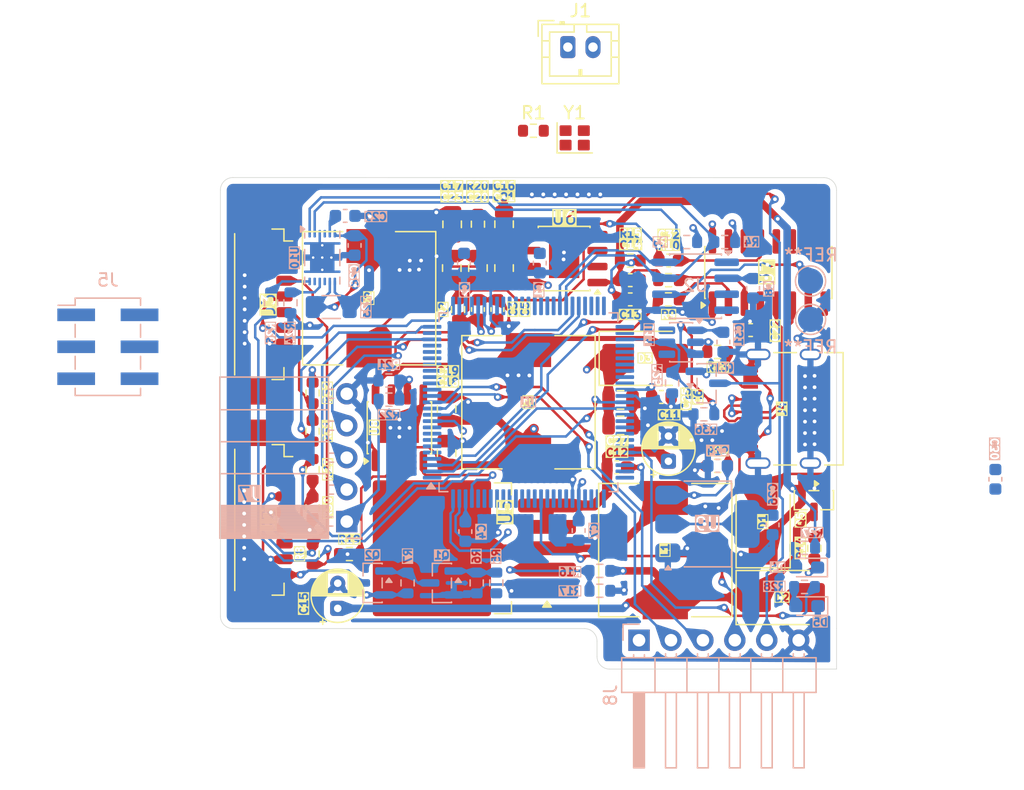
<source format=kicad_pcb>
(kicad_pcb (version 20241229) (generator "pcbnew") (generator_version "9.0")
  (layers (0 "F.Cu" signal) (4 "In1.Cu" signal) (6 "In2.Cu" signal) (2 "B.Cu" signal) (13 "F.Paste" user) (15 "B.Paste" user) (5 "F.SilkS" user "F.Silkscreen") (7 "B.SilkS" user "B.Silkscreen") (1 "F.Mask" user) (3 "B.Mask" user) (25 "Edge.Cuts" user))
  (net 0 "")
  (net 3 "Net-(U1-XTAL1)")
  (net 7 "GND")
  (net 8 "Net-(U1-XTAL2)")
  (net 15 "RESET")
  (net 25 "Net-(U1-AREF)")
  (net 33 "+5V")
  (net 35 "+3.3V")
  (net 39 "/power/5:32V DC INPUT")
  (net 53 "Net-(C13-Pad1)")
  (net 54 "VIN")
  (net 55 "/power/BATTERY_SEC")
  (net 60 "/power/5V Regulated")
  (net 61 "Net-(U6-BAT)")
  (net 73 "ADJUSTABLE_GSM_PWR_4.2")
  (net 74 "SENSOR_1_RX")
  (net 82 "/power/VBUS_PRIMARY")
  (net 83 "Net-(D3-A)")
  (net 86 "VBAT_RTC")
  (net 87 "CC1")
  (net 88 "D+")
  (net 89 "D-")
  (net 92 "CC2")
  (net 93 "SENSOR_2_RX")
  (net 94 "PMS_TX")
  (net 95 "PMS_RX")
  (net 96 "SPI{slash}MOSI")
  (net 97 "SPI{slash}CLK")
  (net 98 "SPI{slash}MISO")
  (net 99 "/power/5VSW")
  (net 100 "Net-(U6-SW)")
  (net 101 "Net-(Q1-D)")
  (net 102 "Net-(Q1-G)")
  (net 103 "SENSOR_PWR")
  (net 104 "Net-(U7-V3)")
  (net 105 "Net-(U7-TXD)")
  (net 106 "PWR_SWITCH")
  (net 107 "SCL")
  (net 108 "SDA")
  (net 109 "SENSOR_PWR_SWITCH")
  (net 110 "SENSOR_RESET")
  (net 111 "Net-(U7-RXD)")
  (net 112 "Net-(U5-FB)")
  (net 114 "Net-(U8-OC)")
  (net 115 "/power/FB")
  (net 116 "TXD0")
  (net 117 "RXD2")
  (net 118 "SD_CHIP_SELECT{slash}D28")
  (net 119 "RXD0")
  (net 120 "TXD2")
  (net 121 "TXD3")
  (net 122 "RXD1")
  (net 123 "TXD1")
  (net 124 "GSM{slash}RESET")
  (net 125 "RXD3")
  (net 131 "GSM_PWR_EN")
  (net 138 "Net-(U7-~{DTR})")
  (net 139 "SENSOR_1_SET")
  (net 144 "SENSOR_2_SET")
  (net 145 "/power/BATTERY_PRIMARY")
  (net 146 "Net-(U10-V_{DD})")
  (net 147 "/BATTERY_SEC")
  (net 148 "Net-(D4-A)")
  (net 149 "Net-(D5-A)")
  (net 150 "GPS_Switch")
  (net 151 "SOFT_PWR_SWITCH")
  (net 152 "Net-(U10-BIN)")
  (net 153 "Net-(U10-GPOUT)")
  (net 154 "status_led")
  (net 155 "Net-(U11-DELAY{slash}M_RST)")
  (net 160 "DONE")
  (footprint "Resistor_SMD:R_0603_1608Metric" (layer "F.Cu") (at 137.33 84.92 90)
    (property "Reference" "R20")
    (property "Value" "0.5")
  )
  (footprint "Resistor_SMD:R_0603_1608Metric" (layer "F.Cu") (at 149.445 87.81 180)
    (property "Reference" "R15")
    (property "Value" "2")
  )
  (footprint "Package_TO_SOT_SMD:TO-263-5_TabPin3" (layer "F.Cu") (at 135.171398 110.691036 180)
    (property "Reference" "U5")
    (property "Value" "XL4005")
  )
  (footprint "Crystal:Crystal_SMD_SeikoEpson_FA128-4Pin_2.0x1.6mm" (layer "F.Cu") (at 145.025 78.055)
    (property "Reference" "Y1")
    (property "Value" "Crystal_GND23")
  )
  (footprint "Resistor_SMD:R_0603_1608Metric" (layer "F.Cu") (at 124.18 101.383333 -90)
    (property "Reference" "R31")
    (property "Value" "1K")
  )
  (footprint "Inductor_SMD:L_10.4x10.4_H4.8" (layer "F.Cu") (at 152.23 110.84 -90)
    (property "Reference" "L1")
    (property "Value" "33uH")
  )
  (footprint "Capacitor_SMD:C_0805_2012Metric" (layer "F.Cu") (at 137.33 88.41 90)
    (property "Reference" "C20")
    (property "Value" "22uF")
  )
  (footprint "Capacitor_SMD:C_0805_2012Metric" (layer "F.Cu") (at 139.41 84.92 90)
    (property "Reference" "C16")
    (property "Value" "22uF")
  )
  (footprint "Diode_SMD:D_SMB" (layer "F.Cu") (at 161.52 114.61)
    (property "Reference" "D2")
    (property "Value" "SK54B")
  )
  (footprint "Resistor_SMD:R_0603_1608Metric" (layer "F.Cu") (at 124.18 104.426667 90)
    (property "Reference" "R29")
    (property "Value" "1K")
  )
  (footprint "Capacitor_SMD:C_0805_2012Metric" (layer "F.Cu") (at 134.84 103.12 90)
    (property "Reference" "C18")
    (property "Value" "22uF")
  )
  (footprint "Capacitor_SMD:C_0603_1608Metric" (layer "F.Cu") (at 159.015 93.34 180)
    (property "Reference" "C22")
    (property "Value" "1UF")
  )
  (footprint "Capacitor_SMD:C_0603_1608Metric" (layer "F.Cu") (at 149.445 89.37)
    (property "Reference" "C14")
    (property "Value" "10uF")
  )
  (footprint "Resistor_SMD:R_0603_1608Metric" (layer "F.Cu") (at 164.08 110.695 90)
    (property "Reference" "R14")
    (property "Value" "100K")
  )
  (footprint "Capacitor_SMD:C_0805_2012Metric" (layer "F.Cu") (at 135.25 88.41 90)
    (property "Reference" "C23")
    (property "Value" "22uF")
  )
  (footprint "Capacitor_SMD:C_0805_2012Metric" (layer "F.Cu") (at 148.67 100.92)
    (property "Reference" "C27")
    (property "Value" "22uF")
  )
  (footprint "Connector_Molex:Molex_PicoBlade_53398-0871_1x08-1MP_P1.25mm_Vertical" (layer "F.Cu") (at 120.693079 91.290974 -90)
    (property "Reference" "J3")
    (property "Value" "Conn_01x08_Pin")
  )
  (footprint "Package_TO_SOT_SMD:SOT-23" (layer "F.Cu") (at 164.04788 106.866041 -90)
    (property "Reference" "Q5")
    (property "Value" "AO3401A")
  )
  (footprint "Capacitor_SMD:C_0603_1608Metric" (layer "F.Cu") (at 148.375 104.25)
    (property "Reference" "C12")
    (property "Value" "0.1UF")
  )
  (footprint "Capacitor_SMD:C_0603_1608Metric" (layer "F.Cu") (at 149.445 90.9)
    (property "Reference" "C13")
    (property "Value" "10uF")
  )
  (footprint "Resistor_SMD:R_0603_1608Metric" (layer "F.Cu") (at 152.49 89.37 180)
    (property "Reference" "R10")
    (property "Value" "1K")
  )
  (footprint "Resistor_SMD:R_0603_1608Metric" (layer "F.Cu") (at 156.395 95.08 180)
    (property "Reference" "R13")
    (property "Value" "5.1K")
  )
  (footprint "Package_SO:HSOP-8-1EP_3.9x4.9mm_P1.27mm_EP2.41x3.1mm" (layer "F.Cu") (at 144.184606 87.655628 180)
    (property "Reference" "U6")
    (property "Value" "IP5306")
  )
  (footprint "Capacitor_SMD:C_0603_1608Metric" (layer "F.Cu") (at 151.92 98.66)
    (property "Reference" "C6")
    (property "Value" "100nF")
  )
  (footprint "Capacitor_SMD:C_0805_2012Metric" (layer "F.Cu") (at 148.67 98.89)
    (property "Reference" "C25")
    (property "Value" "22uF")
  )
  (footprint "Resistor_SMD:R_0603_1608Metric" (layer "F.Cu") (at 127.11 111.15)
    (property "Reference" "R19")
    (property "Value" "26k")
  )
  (footprint "Diode_SMD:D_SMB" (layer "F.Cu") (at 150.6325 95.59)
    (property "Reference" "D3")
    (property "Value" "SK54B")
  )
  (footprint "Resistor_SMD:R_0603_1608Metric" (layer "F.Cu") (at 124.18 107.47 90)
    (property "Reference" "R30")
    (property "Value" "2K")
  )
  (footprint "Connector_JST:JST_PH_B2B-PH-K_1x02_P2.00mm_Vertical" (layer "F.Cu") (at 144.48 70.84)
    (property "Reference" "J1")
    (property "Value" "Conn_01x02_Pin")
  )
  (footprint "Capacitor_SMD:C_0603_1608Metric" (layer "F.Cu") (at 152.5 87.81 180)
    (property "Reference" "C32")
    (property "Value" "100nF")
  )
  (footprint "Inductor_SMD:L_10.4x10.4_H4.8" (layer "F.Cu") (at 128.676262 90.809943 90)
    (property "Reference" "L2")
    (property "Value" "1uH")
  )
  (footprint "Capacitor_THT:CP_Radial_D4.0mm_P2.00mm" (layer "F.Cu") (at 126.18 115.4726 90)
    (property "Reference" "C15")
    (property "Value" "470UF")
  )
  (footprint "Capacitor_SMD:C_0603_1608Metric" (layer "F.Cu") (at 137.33 91.705 90)
    (property "Reference" "C3")
    (property "Value" "22p")
  )
  (footprint "Capacitor_THT:CP_Radial_D4.0mm_P2.00mm" (layer "F.Cu") (at 152.48 103.77 90)
    (property "Reference" "C11")
    (property "Value" "470UF")
  )
  (footprint "Resistor_SMD:R_0603_1608Metric" (layer "F.Cu") (at 124.18 111.145 -90)
    (property "Reference" "R8")
    (property "Value" "10K")
  )
  (footprint "Capacitor_SMD:C_0805_2012Metric" (layer "F.Cu") (at 135.28 84.93 90)
    (property "Reference" "C17")
    (property "Value" "22uF")
  )
  (footprint "Inductor_SMD:L_10.4x10.4_H4.8" (layer "F.Cu") (at 141.348898 99.08 90)
    (property "Reference" "L3")
    (property "Value" "33uH")
  )
  (footprint "Resistor_SMD:R_0603_1608Metric" (layer "F.Cu") (at 152.48 90.9 180)
    (property "Reference" "R9")
    (property "Value" "1K")
  )
  (footprint "Diode_SMD:D_SMB" (layer "F.Cu") (at 160.01 108.5875 90)
    (property "Reference" "D1")
    (property "Value" "SK54B")
  )
  (footprint "Package_SO:SOIC-16_3.9x9.9mm_P1.27mm" (layer "F.Cu") (at 160.425 88.765 90)
    (property "Reference" "U7")
    (property "Value" "CH340C")
  )
  (footprint "Capacitor_SMD:C_0805_2012Metric" (layer "F.Cu") (at 139.41 88.41 90)
    (property "Reference" "C21")
    (property "Value" "22uF")
  )
  (footprint "Resistor_SMD:R_0603_1608Metric" (layer "F.Cu") (at 124.18 98.34 -90)
    (property "Reference" "R32")
    (property "Value" "2K")
  )
  (footprint "Capacitor_SMD:C_0603_1608Metric" (layer "F.Cu") (at 138.88 91.705 90)
    (property "Reference" "C5")
    (property "Value" "100nF")
  )
  (footprint "Capacitor_SMD:C_0805_2012Metric" (layer "F.Cu") (at 134.84 99.62 90)
    (property "Reference" "C19")
    (property "Value" "22uF")
  )
  (footprint "Resistor_SMD:R_0603_1608Metric" (layer "F.Cu") (at 141.74 77.49)
    (property "Reference" "R1")
    (property "Value" "1M")
  )
  (footprint "Connector_USB:USB_C_Receptacle_Palconn_UTC16-G" (layer "F.Cu") (at 161.53 99.6 90)
    (property "Reference" "J4")
    (property "Value" "USB_C_Receptacle_USB2.0_16P")
  )
  (footprint "Resistor_SMD:R_0603_1608Metric" (layer "F.Cu") (at 135.75 91.71 90)
    (property "Reference" "R2")
    (property "Value" "10K")
  )
  (footprint "Package_SO:HSOP-8-1EP_3.9x4.9mm_P1.27mm_EP2.41x3.1mm" (layer "F.Cu") (at 131.085 101.11 90)
    (property "Reference" "U8")
    (property "Value" "FP6298XR")
  )
  (footprint "Resistor_SMD:R_0603_1608Metric" (layer "F.Cu") (at 156.395 104.14 180)
    (property "Reference" "R12")
    (property "Value" "5.1K")
  )
  (footprint "Connector_Molex:Molex_PicoBlade_53398-0871_1x08-1MP_P1.25mm_Vertical" (layer "F.Cu") (at 120.703079 108.435974 -90)
    (property "Reference" "J2")
    (property "Value" "Conn_01x08_Pin")
  )
  (footprint "Capacitor_SMD:C_0603_1608Metric" (layer "B.Cu") (at 145.34 109.28 -90)
    (property "Reference" "C7")
    (property "Value" "100nF")
  )
  (footprint "Resistor_SMD:R_0603_1608Metric" (layer "B.Cu") (at 147.025 114.07)
    (property "Reference" "R17")
    (property "Value" "2K")
  )
  (footprint "Resistor_SMD:R_0603_1608Metric" (layer "B.Cu") (at 131.735 113.44941 -90)
    (property "Reference" "R7")
    (property "Value" "10K")
  )
  (footprint "Package_SON:Texas_S-PDSO-N12" (layer "B.Cu") (at 124.95 87.575 -90)
    (property "Reference" "U10")
    (property "Value" "BQ27441DRZR-G1A")
  )
  (footprint "Resistor_SMD:R_0603_1608Metric" (layer "B.Cu") (at 152.7725 97.545 90)
    (property "Reference" "R25")
    (property "Value" "10K")
  )
  (footprint "Resistor_SMD:R_0603_1608Metric" (layer "B.Cu") (at 163.315 110.66)
    (property "Reference" "R27")
    (property "Value" "1K")
  )
  (footprint "Capacitor_SMD:C_0603_1608Metric" (layer "B.Cu") (at 160.76 108.835 -90)
    (property "Reference" "C26")
    (property "Value" "1uF")
  )
  (footprint "Resistor_SMD:R_0603_1608Metric" (layer "B.Cu") (at 122.42 91.17 90)
    (property "Reference" "R24")
    (property "Value" "10K")
  )
  (footprint "Resistor_SMD:R_0603_1608Metric" (layer "B.Cu") (at 163.3 113.77 180)
    (property "Reference" "R28")
    (property "Value" "1K")
  )
  (footprint "Connector_PinHeader_2.54mm:PinHeader_1x06_P2.54mm_Horizontal" (layer "B.Cu") (at 150.14 118.005 -90)
    (property "Reference" "J8")
    (property "Value" "Conn_01x06_Socket")
  )
  (footprint "Capacitor_SMD:C_0603_1608Metric" (layer "B.Cu") (at 136.22 88.015 90)
    (property "Reference" "C2")
    (property "Value" "100nF")
  )
  (footprint "Capacitor_SMD:C_0603_1608Metric" (layer "B.Cu") (at 156.39 104.14 180)
    (property "Reference" "C24")
    (property "Value" "1uF")
  )
  (footprint "Capacitor_SMD:C_0603_1608Metric" (layer "B.Cu") (at 127.5225 86.61 -90)
    (property "Reference" "C28")
    (property "Value" "1uF")
  )
  (footprint "Package_TO_SOT_SMD:SOT-223-3_TabPin2" (layer "B.Cu") (at 155.58 108.76)
    (property "Reference" "U9")
    (property "Value" "AMS1117-3.3")
  )
  (footprint "Resistor_SMD:R_0603_1608Metric" (layer "B.Cu") (at 130.245 97.35)
    (property "Reference" "R22")
    (property "Value" "10k")
  )
  (footprint "Package_TO_SOT_SMD:SOT-23-6" (layer "B.Cu") (at 153.49 94.31 180)
    (property "Reference" "U11")
    (property "Value" "TPL5010")
  )
  (footprint "LED_SMD:LED_0603_1608Metric_Pad1.05x0.95mm_HandSolder" (layer "B.Cu") (at 163.465 112.22 180)
    (property "Reference" "D4")
    (property "Value" "LED")
  )
  (footprint "Capacitor_SMD:C_0603_1608Metric" (layer "B.Cu") (at 178.48 105.205 -90)
    (property "Reference" "C30")
    (property "Value" "100nF")
  )
  (footprint "Resistor_SMD:R_0603_1608Metric" (layer "B.Cu") (at 138.792048 113.44941 -90)
    (property "Reference" "R5")
    (property "Value" "1K")
  )
  (footprint "Package_QFP:TQFP-100_14x14mm_P0.5mm" (layer "B.Cu") (at 141.348898 99.08)
    (property "Reference" "U1")
    (property "Value" "ATmega2560-16A")
  )
  (footprint "Resistor_SMD:R_1206_3216Metric" (layer "B.Cu") (at 125.6625 91.51 180)
    (property "Reference" "R23")
    (property "Value" "0.01")
  )
  (footprint "Connector_PinSocket_2.54mm:PinSocket_2x03_P2.54mm_Vertical_SMD" (layer "B.Cu") (at 107.9 94.67 180)
    (property "Reference" "J5")
    (property "Value" "Conn_02x03_Odd_Even")
  )
  (footprint "Capacitor_SMD:C_0603_1608Metric" (layer "B.Cu") (at 142.25 88.015 -90)
    (property "Reference" "C1")
    (property "Value" "100nF")
  )
  (footprint "Package_SO:SOIC-8_3.9x4.9mm_P1.27mm" (layer "B.Cu") (at 154.635 89.855 180)
    (property "Reference" "U2")
    (property "Value" "DS3232M")
  )
  (footprint "Package_TO_SOT_SMD:SOT-23" (layer "B.Cu") (at 128.9525 113.44941 180)
    (property "Reference" "Q2")
    (property "Value" "AO3401A")
  )
  (footprint "Resistor_SMD:R_0603_1608Metric" (layer "B.Cu") (at 130.255 98.87 180)
    (property "Reference" "R21")
    (property "Value" "59k")
  )
  (footprint "Package_TO_SOT_SMD:SOT-23" (layer "B.Cu") (at 155.5125 97.57)
    (property "Reference" "Q6")
    (property "Value" "2N7002")
  )
  (footprint "LED_SMD:LED_0603_1608Metric_Pad1.05x0.95mm_HandSolder" (layer "B.Cu") (at 163.485 115.29 180)
    (property "Reference" "D5")
    (property "Value" "LED")
  )
  (footprint "Resistor_SMD:R_0603_1608Metric" (layer "B.Cu") (at 147.025 112.49 180)
    (property "Reference" "R16")
    (property "Value" "10.5K")
  )
  (footprint "Resistor_SMD:R_0603_1608Metric" (layer "B.Cu") (at 156.955 86.34)
    (property "Reference" "R4")
    (property "Value" "10K")
  )
  (footprint "Capacitor_SMD:C_0603_1608Metric" (layer "B.Cu") (at 126.775 84.26)
    (property "Reference" "C29")
    (property "Value" "0.47uF")
  )
  (footprint "Resistor_SMD:R_0603_1608Metric" (layer "B.Cu") (at 155.3 100.04)
    (property "Reference" "R36")
    (property "Value" "4.7K")
  )
  (footprint "Connector_PinSocket_2.54mm:PinSocket_1x05_P2.54mm_Horizontal" (layer "B.Cu") (at 126.897913 108.567427)
    (property "Reference" "J7")
    (property "Value" "Conn_01x05_Pin")
  )
  (footprint "Capacitor_SMD:C_0603_1608Metric" (layer "B.Cu") (at 136.33 109.365 -90)
    (property "Reference" "C4")
    (property "Value" "100nF")
  )
  (footprint "TestPoint:TestPoint_Pad_D2.0mm" (layer "B.Cu") (at 163.78 89.44 180)
    (property "Reference" "REF**")
    (property "Value" "TestPoint_Pad_D2.0mm")
  )
  (footprint "Resistor_SMD:R_0603_1608Metric" (layer "B.Cu") (at 120.88 91.175 90)
    (property "Reference" "R26")
    (property "Value" "10K")
  )
  (footprint "TestPoint:TestPoint_Pad_D2.0mm" (layer "B.Cu") (at 163.78 92.49 180)
    (property "Reference" "REF**")
    (property "Value" "TestPoint_Pad_D2.0mm")
  )
  (footprint "Resistor_SMD:R_0603_1608Metric" (layer "B.Cu") (at 153.935 86.34)
    (property "Reference" "R3")
    (property "Value" "10K")
  )
  (footprint "Capacitor_SMD:C_0603_1608Metric" (layer "B.Cu") (at 159.21 90.02 -90)
    (property "Reference" "C8")
    (property "Value" "1UF")
  )
  (footprint "Capacitor_SMD:C_0603_1608Metric" (layer "B.Cu") (at 156.85 94.29 -90)
    (property "Reference" "C31")
    (property "Value" "1uF")
  )
  (footprint "Resistor_SMD:R_0603_1608Metric" (layer "B.Cu") (at 137.232048 113.44941 90)
    (property "Reference" "R6")
    (property "Value" "4.7K")
  )
  (footprint "Package_TO_SOT_SMD:SOT-23" (layer "B.Cu") (at 134.464548 113.44941 180)
    (property "Reference" "Q1")
    (property "Value" "2N7002")
  )
  (gr_arc (start 164.849102 81.219796) (mid 165.55608 81.51276) (end 165.848898 82.219796) (stroke (width 0.05)) (layer "Edge.Cuts"))
  (gr_line (start 116.85 82.210204) (end 116.85 116.08) (stroke (width 0.05)) (layer "Edge.Cuts"))
  (gr_line (start 165.848898 117.08) (end 165.848898 82.219796) (stroke (width 0.05)) (layer "Edge.Cuts"))
  (gr_arc (start 145.8 117.08) (mid 146.507107 117.372893) (end 146.8 118.08) (stroke (width 0.05)) (layer "Edge.Cuts"))
  (gr_line (start 147.8 120.3) (end 165.85 120.3) (stroke (width 0.05)) (layer "Edge.Cuts"))
  (gr_arc (start 116.85 82.210204) (mid 117.142965 81.503025) (end 117.850204 81.210204) (stroke (width 0.05)) (layer "Edge.Cuts"))
  (gr_arc (start 147.8 120.3) (mid 147.092893 120.007107) (end 146.8 119.3) (stroke (width 0.05)) (layer "Edge.Cuts"))
  (gr_line (start 164.849102 81.219796) (end 117.850204 81.210204) (stroke (width 0.05)) (layer "Edge.Cuts"))
  (gr_line (start 146.8 118.08) (end 146.8 119.3) (stroke (width 0.05)) (layer "Edge.Cuts"))
  (gr_arc (start 117.85 117.08) (mid 117.142893 116.787107) (end 116.85 116.08) (stroke (width 0.05)) (layer "Edge.Cuts"))
  (gr_line (start 165.848898 120.3) (end 165.848898 117.08) (stroke (width 0.05)) (layer "Edge.Cuts"))
  (gr_line (start 117.85 117.08) (end 145.8 117.08) (stroke (width 0.05)) (layer "Edge.Cuts"))
  (segment (start 155.57 104.14) (end 154.92 104.14) (width 0.2) (layer "F.Cu") (net 7))
  (segment (start 158.24 93.34) (end 158.271776 93.34) (width 0.2) (layer "F.Cu") (net 7))
  (segment (start 152.68 98.675) (end 152.695 98.66) (width 0.2) (layer "F.Cu") (net 7))
  (segment (start 132.99 99.205) (end 131.085 101.11) (width 0.2) (layer "F.Cu") (net 7))
  (segment (start 142.821398 114.091036) (end 140.011036 114.091036) (width 0.2) (layer "F.Cu") (net 7))
  (segment (start 150.22 89.37) (end 150.22 90.9) (width 0.2) (layer "F.Cu") (net 7))
  (segment (start 164.08 112.19) (end 163.62 112.65) (width 0.2) (layer "F.Cu") (net 7))
  (segment (start 150.22 90.9) (end 150.22 91.85) (width 0.2) (layer "F.Cu") (net 7))
  (segment (start 149.15 104.25) (end 150.28 104.25) (width 0.2) (layer "F.Cu") (net 7))
  (segment (start 136.16 98.67) (end 134.84 98.67) (width 0.2) (layer "F.Cu") (net 7))
  (segment (start 126.95 111.15) (end 126.96 111.16) (width 0.2) (layer "F.Cu") (net 7))
  (segment (start 120.764026 94.415974) (end 120.76 94.42) (width 0.2) (layer "F.Cu") (net 7))
  (segment (start 150.84 100.92) (end 150.85 100.91) (width 0.2) (layer "F.Cu") (net 7))
  (segment (start 161.44 114.61) (end 161.41 114.64) (width 0.2) (layer "F.Cu") (net 7))
  (segment (start 149.62 98.89) (end 149.926093 98.89) (width 0.2) (layer "F.Cu") (net 7))
  (segment (start 129.18 102.89) (end 128.58 102.29) (width 0.2) (layer "F.Cu") (net 7))
  (segment (start 129.18 103.76) (end 129.18 102.89) (width 0.2) (layer "F.Cu") (net 7))
  (segment (start 121.943079 94.415974) (end 120.764026 94.415974) (width 0.2) (layer "F.Cu") (net 7))
  (segment (start 135.28 83.98) (end 134.02 83.98) (width 0.2) (layer "F.Cu") (net 7))
  (segment (start 150.28 104.25) (end 150.29 104.26) (width 0.2) (layer "F.Cu") (net 7))
  (segment (start 144.184606 87.655628) (end 144.184606 87.184606) (width 0.2) (layer "F.Cu") (net 7))
  (segment (start 123.95 109.23) (end 124.18 109) (width 0.2) (layer "F.Cu") (net 7))
  (segment (start 138.88 90.93) (end 139.781723 91.831723) (width 0.2) (layer "F.Cu") (net 7))
  (segment (start 155.65 95) (end 155.57 95.08) (width 0.2) (layer "F.Cu") (net 7))
  (segment (start 155.98 91.24) (end 155.98 92.68) (width 0.2) (layer "F.Cu") (net 7))
  (segment (start 137.33 87.46) (end 135.25 87.46) (width 0.2) (layer "F.Cu") (net 7))
  (segment (start 159.02 103.34) (end 159.6 103.92) (width 0.2) (layer "F.Cu") (net 7))
  (segment (start 149.62 98.89) (end 149.62 100.92) (width 0.2) (layer "F.Cu") (net 7))
  (segment (start 137.33 90.93) (end 138.88 90.93) (width 0.2) (layer "F.Cu") (net 7))
  (segment (start 134.84 102.17) (end 136.11 102.17) (width 0.2) (layer "F.Cu") (net 7))
  (segment (start 135.25 87.46) (end 134.05 87.46) (width 0.2) (layer "F.Cu") (net 7))
  (segment (start 149.926093 98.89) (end 150.60177 99.565677) (width 0.2) (layer "F.Cu") (net 7))
  (segment (start 155.98 92.68) (end 155.95 92.71) (width 0.2) (layer "F.Cu") (net 7))
  (segment (start 131.085 101.11) (end 131.085 101.115) (width 0.2) (layer "F.Cu") (net 7))
  (segment (start 139.41 82.78) (end 139.4 82.77) (width 0.2) (layer "F.Cu") (net 7))
  (segment (start 155.65 94.28) (end 155.65 95) (width 0.2) (layer "F.Cu") (net 7))
  (segment (start 124.18 97.515) (end 124.18 96.53) (width 0.2) (layer "F.Cu") (net 7))
  (segment (start 139.41 83.97) (end 139.41 82.78) (width 0.2) (layer "F.Cu") (net 7))
  (segment (start 159.02 95.86) (end 159.6 95.28) (width 0.2) (layer "F.Cu") (net 7))
  (segment (start 149.62 100.92) (end 150.84 100.92) (width 0.2) (layer "F.Cu") (net 7))
  (segment (start 144.184606 87.184606) (end 144.17 87.17) (width 0.2) (layer "F.Cu") (net 7))
  (segment (start 120.869026 111.560974) (end 120.84 111.59) (width 0.2) (layer "F.Cu") (net 7))
  (segment (start 136.55 99.06) (end 136.16 98.67) (width 0.2) (layer "F.Cu") (net 7))
  (segment (start 134.05 87.46) (end 134.04 87.47) (width 0.2) (layer "F.Cu") (net 7))
  (segment (start 163.67 114.61) (end 161.44 114.61) (width 0.2) (layer "F.Cu") (net 7))
  (segment (start 139.781723 91.831723) (end 139.781723 93.030689) (width 0.2) (layer "F.Cu") (net 7))
  (segment (start 159.02 102.8) (end 159.02 103.34) (width 0.2) (layer "F.Cu") (net 7))
  (segment (start 144.184606 87.655628) (end 144.184606 87.675394) (width 0.2) (layer "F.Cu") (net 7))
  (segment (start 159.02 96.4) (end 159.02 95.86) (width 0.2) (layer "F.Cu") (net 7))
  (segment (start 140.011036 114.091036) (end 140 114.08) (width 0.2) (layer "F.Cu") (net 7))
  (segment (start 150.22 91.85) (end 150.21 91.86) (width 0.2) (layer "F.Cu") (net 7))
  (segment (start 132.99 98.46) (end 132.99 99.205) (width 0.2) (layer "F.Cu") (net 7))
  (segment (start 164.08 111.52) (end 164.08 112.19) (width 0.2) (layer "F.Cu") (net 7))
  (segment (start 152.68 99.43) (end 152.68 98.675) (width 0.2) (layer "F.Cu") (net 7))
  (segment (start 154.92 104.14) (end 154.58 104.48) (width 0.2) (layer "F.Cu") (net 7))
  (segment (start 158.271776 93.34) (end 158.964855 92.646921) (width 0.2) (layer "F.Cu") (net 7))
  (segment (start 121.953079 111.560974) (end 120.869026 111.560974) (width 0.2) (layer "F.Cu") (net 7))
  (segment (start 126.285 111.15) (end 126.95 111.15) (width 0.2) (layer "F.Cu") (net 7))
  (segment (start 139.41 87.46) (end 137.33 87.46) (width 0.2) (layer "F.Cu") (net 7))
  (segment (start 131.085 101.115) (end 131.09 101.12) (width 0.2) (layer "F.Cu") (net 7))
  (segment (start 124.18 109) (end 124.18 108.295) (width 0.2) (layer "F.Cu") (net 7))
  (segment (start 124.18 96.53) (end 124.16 96.51) (width 0.2) (layer "F.Cu") (net 7))
  (segment (start 144.184606 87.675394) (end 144.14 87.72) (width 0.2) (layer "F.Cu") (net 7))
  (via (at 150.21 91.86) (size 0.6) (drill 0.3) (layers "F.Cu" "B.Cu") (net 7))
  (via (at 120.84 111.59) (size 0.6) (drill 0.3) (layers "F.Cu" "B.Cu") (net 7))
  (via (at 154.3 102.08) (size 0.6) (drill 0.3) (layers "F.Cu" "B.Cu") (net 7))
  (via (at 124.16 96.51) (size 0.6) (drill 0.3) (layers "F.Cu" "B.Cu") (net 7))
  (via (at 164.09 105.93) (size 0.6) (drill 0.3) (layers "F.Cu" "B.Cu") (net 7))
  (via (at 163.34 100.626667) (size 0.6) (drill 0.3) (layers "F.Cu" "B.Cu") (net 7))
  (via (at 150.60177 99.565677) (size 0.6) (drill 0.3) (layers "F.Cu" "B.Cu") (net 7))
  (via (at 118.74 110.65) (size 0.6) (drill 0.3) (layers "F.Cu" "B.Cu") (net 7))
  (via (at 118.74 106.116667) (size 0.6) (drill 0.3) (layers "F.Cu" "B.Cu") (net 7))
  (via (at 118.78 94.416667) (size 0.6) (drill 0.3) (layers "F.Cu" "B.Cu") (net 7))
  (via (at 148.95 114.02) (size 0.6) (drill 0.3) (layers "F.Cu" "B.Cu") (net 7))
  (via (at 161.41 114.64) (size 0.6) (drill 0.3) (layers "F.Cu" "B.Cu") (net 7))
  (via (at 141.62 82.55) (size 0.6) (drill 0.3) (layers "F.Cu" "B.Cu") (net 7))
  (via (at 118.78 89.883334) (size 0.6) (drill 0.3) (layers "F.Cu" "B.Cu") (net 7))
  (via (at 156.47 107.49) (size 0.6) (drill 0.3) (layers "F.Cu" "B.Cu") (net 7))
  (via (at 144.34 82.55) (size 0.6) (drill 0.3) (layers "F.Cu" "B.Cu") (net 7))
  (via (at 118.78 91.696667) (size 0.6) (drill 0.3) (layers "F.Cu" "B.Cu") (net 7))
  (via (at 131.9 88.57) (size 0.6) (drill 0.3) (layers "F.Cu" "B.Cu") (net 7))
  (via (at 132.81 87.81) (size 0.6) (drill 0.3) (layers "F.Cu" "B.Cu") (net 7))
  (via (at 146.64 109.891036) (size 0.6) (drill 0.3) (layers "F.Cu" "B.Cu") (net 7))
  (via (at 128.58 102.29) (size 0.6) (drill 0.3) (layers "F.Cu" "B.Cu") (net 7))
  (via (at 164.1 99.7) (size 0.6) (drill 0.3) (layers "F.Cu" "B.Cu") (net 7))
  (via (at 164.1 96.98) (size 0.6) (drill 0.3) (layers "F.Cu" "B.Cu") (net 7))
  (via (at 155.11 102.1) (size 0.6) (drill 0.3) (layers "F.Cu" "B.Cu") (net 7))
  (via (at 158.964855 92.646921) (size 0.6) (drill 0.3) (layers "F.Cu" "B.Cu") (net 7))
  (via (at 155.97 102.1) (size 0.6) (drill 0.3) (layers "F.Cu" "B.Cu") (net 7))
  (via (at 163.34 101.533333) (size 0.6) (drill 0.3) (layers "F.Cu" "B.Cu") (net 7))
  (via (at 118.78 93.51) (size 0.6) (drill 0.3) (layers "F.Cu" "B.Cu") (net 7))
  (via (at 131.91 87.82) (size 0.6) (drill 0.3) (layers "F.Cu" "B.Cu") (net 7))
  (via (at 150.29 104.26) (size 0.6) (drill 0.3) (layers "F.Cu" "B.Cu") (net 7))
  (via (at 163.34 102.44) (size 0.6) (drill 0.3) (layers "F.Cu" "B.Cu") (net 7))
  (via (at 164.1 100.606667) (size 0.6) (drill 0.3) (layers "F.Cu" "B.Cu") (net 7))
  (via (at 156.74 101.37) (size 0.6) (drill 0.3) (layers "F.Cu" "B.Cu") (net 7))
  (via (at 138.92 109.44) (size 0.6) (drill 0.3) (layers "F.Cu" "B.Cu") (net 7))
  (via (at 154.58 104.48) (size 0.6) (drill 0.3) (layers "F.Cu" "B.Cu") (net 7))
  (via (at 164.1 101.513333) (size 0.6) (drill 0.3) (layers "F.Cu" "B.Cu") (net 7))
  (via (at 153.98 110.7) (size 0.6) (drill 0.3) (layers "F.Cu" "B.Cu") (net 7))
  (via (at 130.37 101.11) (size 0.6) (drill 0.3) (layers "F.Cu" "B.Cu") (net 7))
  (via (at 164.1 102.42) (size 0.6) (drill 0.3) (layers "F.Cu" "B.Cu") (net 7))
  (via (at 134.04 87.47) (size 0.6) (drill 0.3) (layers "F.Cu" "B.Cu") (net 7))
  (via (at 134.02 83.98) (size 0.6) (drill 0.3) (layers "F.Cu" "B.Cu") (net 7))
  (via (at 146.153333 82.55) (size 0.6) (drill 0.3) (layers "F.Cu" "B.Cu") (net 7))
  (via (at 153.6 91.92) (size 0.6) (drill 0.3) (layers "F.Cu" "B.Cu") (net 7))
  (via (at 120.76 94.42) (size 0.6) (drill 0.3) (layers "F.Cu" "B.Cu") (net 7))
  (via (at 123.95 109.23) (size 0.6) (drill 0.3) (layers "F.Cu" "B.Cu") (net 7))
  (via (at 140.56 96.94) (size 0.6) (drill 0.3) (layers "F.Cu" "B.Cu") (net 7))
  (via (at 164.1 98.793333) (size 0.6) (drill 0.3) (layers "F.Cu" "B.Cu") (net 7))
  (via (at 139.781723 93.030689) (size 0.6) (drill 0.3) (layers "F.Cu" "B.Cu") (net 7))
  (via (at 152.68 99.43) (size 0.6) (drill 0.3) (layers "F.Cu" "B.Cu") (net 7))
  (via (at 136.11 102.17) (size 0.6) (drill 0.3) (layers "F.Cu" "B.Cu") (net 7))
  (via (at 144.14 87.72) (size 0.6) (drill 0.3) (layers "F.Cu" "B.Cu") (net 7))
  (via (at 140 114.08) (size 0.6) (drill 0.3) (layers "F.Cu" "B.Cu") (net 7))
  (via (at 131.1 88.56) (size 0.6) (drill 0.3) (layers "F.Cu" "B.Cu") (net 7))
  (via (at 131.08 101.83) (size 0.6) (drill 0.3) (layers "F.Cu" "B.Cu") (net 7))
  (via (at 118.74 107.93) (size 0.6) (drill 0.3) (layers "F.Cu" "B.Cu") (net 7))
  (via (at 163.34 99.72) (size 0.6) (drill 0.3) (layers "F.Cu" "B.Cu") (net 7))
  (via (at 132.64 88.53) (size 0.6) (drill 0.3) (layers "F.Cu" "B.Cu") (net 7))
  (via (at 139.4 82.77) (size 0.6) (drill 0.3) (layers "F.Cu" "B.Cu") (net 7))
  (via (at 118.78 92.603334) (size 0.6) (drill 0.3) (layers "F.Cu" "B.Cu") (net 7))
  (via (at 155.65 94.28) (size 0.6) (drill 0.3) (layers "F.Cu" "B.Cu") (net 7))
  (via (at 136.55 99.06) (size 0.6) (drill 0.3) (layers "F.Cu" "B.Cu") (net 7))
  (via (at 163.34 97) (size 0.6) (drill 0.3) (layers "F.Cu" "B.Cu") (net 7))
  (via (at 118.78 90.79) (size 0.6) (drill 0.3) (layers "F.Cu" "B.Cu") (net 7))
  (via (at 144.861577 105.225442) (size 0.6) (drill 0.3) (layers "F.Cu" "B.Cu") (net 7))
  (via (at 150.85 100.91) (size 0.6) (drill 0.3) (layers "F.Cu" "B.Cu") (net 7))
  (via (at 143.433333 82.55) (size 0.6) (drill 0.3) (layers "F.Cu" "B.Cu") (net 7))
  (via (at 118.74 111.556667) (size 0.6) (drill 0.3) (layers "F.Cu" "B.Cu") (net 7))
  (via (at 155.41 107.36) (size 0.6) (drill 0.3) (layers "F.Cu" "B.Cu") (net 7))
  (via (at 118.74 108.836667) (size 0.6) (drill 0.3) (layers "F.Cu" "B.Cu") (net 7))
  (via (at 141.42 96.95) (size 0.6) (drill 0.3) (layers "F.Cu" "B.Cu") (net 7))
  (via (at 123.96 92.96) (size 0.6) (drill 0.3) (layers "F.Cu" "B.Cu") (net 7))
  (via (at 142.526667 82.55) (size 0.6) (drill 0.3) (layers "F.Cu" "B.Cu") (net 7))
  (via (at 144.17 87.17) (size 0.6) (drill 0.3) (layers "F.Cu" "B.Cu") (net 7))
  (via (at 131.09 100.45) (size 0.6) (drill 0.3) (layers "F.Cu" "B.Cu") (net 7))
  (via (at 145.246667 82.55) (size 0.6) (drill 0.3) (layers "F.Cu" "B.Cu") (net 7))
  (via (at 131.09 101.12) (size 0.6) (drill 0.3) (layers "F.Cu" "B.Cu") (net 7))
  (via (at 163.34 98.813333) (size 0.6) (drill 0.3) (layers "F.Cu" "B.Cu") (net 7))
  (via (at 139.68 96.94) (size 0.6) (drill 0.3) (layers "F.Cu" "B.Cu") (net 7))
  (via (at 158.24 111.18) (size 0.6) (drill 0.3) (layers "F.Cu" "B.Cu") (net 7))
  (via (at 147.06 82.55) (size 0.6) (drill 0.3) (layers "F.Cu" "B.Cu") (net 7))
  (via (at 118.78 88.976667) (size 0.6) (drill 0.3) (layers "F.Cu" "B.Cu") (net 7))
  (via (at 118.74 109.743334) (size 0.6) (drill 0.3) (layers "F.Cu" "B.Cu") (net 7))
  (via (at 155.501353 96.879562) (size 0.6) (drill 0.3) (layers "F.Cu" "B.Cu") (net 7))
  (via (at 155.95 92.71) (size 0.6) (drill 0.3) (layers "F.Cu" "B.Cu") (net 7))
  (via (at 163.62 112.65) (size 0.6) (drill 0.3) (layers "F.Cu" "B.Cu") (net 7))
  (via (at 128.73 84.3) (size 0.6) (drill 0.3) (layers "F.Cu" "B.Cu") (net 7))
  (via (at 131.89 101.12) (size 0.6) (drill 0.3) (layers "F.Cu" "B.Cu") (net 7))
  (via (at 126.96 111.16) (size 0.6) (drill 0.3) (layers "F.Cu" "B.Cu") (net 7))
  (via (at 163.34 97.906667) (size 0.6) (drill 0.3) (layers "F.Cu" "B.Cu") (net 7))
  (via (at 162.72 94.01) (size 0.6) (drill 0.3) (layers "F.Cu" "B.Cu") (net 7))
  (via (at 164.1 97.886667) (size 0.6) (drill 0.3) (layers "F.Cu" "B.Cu") (net 7))
  (via (at 118.74 107.023334) (size 0.6) (drill 0.3) (layers "F.Cu" "B.Cu") (net 7))
  (segment (start 144.848898 105.238121) (end 144.861577 105.225442) (width 0.2) (layer "B.Cu") (net 7))
  (segment (start 136.008922 99.170183) (end 135.099105 100.08) (width 0.2) (layer "B.Cu") (net 7))
  (segment (start 159.21 90.795) (end 159.21 92.401776) (width 0.2) (layer "B.Cu") (net 7))
  (segment (start 129.42 97.35) (end 127.95534 97.35) (width 0.2) (layer "B.Cu") (net 7))
  (segment (start 136.55 99.06) (end 136.439817 99.170183) (width 0.2) (layer "B.Cu") (net 7))
  (segment (start 137.232048 114.27441) (end 137.933048 113.57341) (width 0.2) (layer "B.Cu") (net 7))
  (segment (start 150.60177 99.30177) (end 150.60177 99.565677) (width 0.2) (layer "B.Cu") (net 7))
  (segment (start 138.22 110.14) (end 136.33 110.14) (width 0.2) (layer "B.Cu") (net 7))
  (segment (start 163.78 92.95) (end 162.72 94.01) (width 0.2) (layer "B.Cu") (net 7))
  (segment (start 149.88 98.58) (end 150.60177 99.30177) (width 0.2) (layer "B.Cu") (net 7))
  (segment (start 159.21 92.401776) (end 158.964855 92.646921) (width 0.2) (layer "B.Cu") (net 7))
  (segment (start 154.6575 94.28) (end 154.6275 94.31) (width 0.2) (layer "B.Cu") (net 7))
  (segment (start 142.25 88.79) (end 142.27 88.81) (width 0.2) (layer "B.Cu") (net 7))
  (segment (start 123.385 92.96) (end 123.96 92.96) (width 0.2) (layer "B.Cu") (net 7))
  (segment (start 144.848898 106.7425) (end 144.848898 105.238121) (width 0.2) (layer "B.Cu") (net 7))
  (segment (start 143.05 88.81) (end 144.14 87.72) (width 0.2) (layer "B.Cu") (net 7))
  (segment (start 149.011398 98.58) (end 149.88 98.58) (width 0.2) (layer "B.Cu") (net 7))
  (segment (start 142.27 88.81) (end 143.05 88.81) (width 0.2) (layer "B.Cu") (net 7))
  (segment (start 152.43 111.06) (end 153.62 111.06) (width 0.2) (layer "B.Cu") (net 7))
  (segment (start 127.55 84.26) (end 128.69 84.26) (width 0.2) (layer "B.Cu") (net 7))
  (segment (start 154.475 96.72) (end 154.575 96.62) (width 0.2) (layer "B.Cu") (net 7))
  (segment (start 164.36 115.29) (end 164.36 116.485) (width 0.2) (layer "B.Cu") (net 7))
  (segment (start 163.91 112.65) (end 164.34 112.22) (width 0.2) (layer "B.Cu") (net 7))
  (segment (start 135.099105 100.08) (end 133.686398 100.08) (width 0.2) (layer "B.Cu") (net 7))
  (segment (start 153.62 111.06) (end 153.98 110.7) (width 0.2) (layer "B.Cu") (net 7))
  (segment (start 152.7725 98.37) (end 152.7725 99.3375) (width 0.2) (layer "B.Cu") (net 7))
  (segment (start 146.476036 110.055) (end 146.64 109.891036) (width 0.2) (layer "B.Cu") (net 7))
  (segment (start 155.241791 96.62) (end 155.501353 96.879562) (width 0.2) (layer "B.Cu") (net 7))
  (segment (start 152.7725 99.3375) (end 152.68 99.43) (width 0.2) (layer "B.Cu") (net 7))
  (segment (start 135.848898 107.845992) (end 135.554 108.14089) (width 0.2) (layer "B.Cu") (net 7))
  (segment (start 153.44 91.76) (end 153.6 91.92) (width 0.2) (layer "B.Cu") (net 7))
  (segment (start 160.79 109.575) (end 160.79 110.025) (width 0.2) (layer "B.Cu") (net 7))
  (segment (start 163.62 112.65) (end 163.91 112.65) (width 0.2) (layer "B.Cu") (net 7))
  (segment (start 139.49341 113.57341) (end 140 114.08) (width 0.2) (layer "B.Cu") (net 7))
  (segment (start 152.9225 98.52) (end 152.7725 98.37) (width 0.2) (layer "B.Cu") (net 7))
  (segment (start 135.554 108.14089) (end 135.554 109.364) (width 0.2) (layer "B.Cu") (net 7))
  (segment (start 127.5225 87.385) (end 125.865 87.385) (width 0.2) (layer "B.Cu") (net 7))
  (segment (start 136.439817 99.170183) (end 136.008922 99.170183) (width 0.2) (layer "B.Cu") (net 7))
  (segment (start 154.575 96.62) (end 155.241791 96.62) (width 0.2) (layer "B.Cu") (net 7))
  (segment (start 145.34 110.055) (end 146.476036 110.055) (width 0.2) (layer "B.Cu") (net 7))
  (segment (start 154.92 104.14) (end 154.58 104.48) (width 0.2) (layer "B.Cu") (net 7))
  (segment (start 136.22 88.79) (end 137 88.79) (width 0.2) (layer "B.Cu") (net 7))
  (segment (start 135.402048 114.39941) (end 137.107048 114.39941) (width 0.2) (layer "B.Cu") (net 7))
  (segment (start 127.95534 97.35) (end 126.897913 98.407427) (width 0.2) (layer "B.Cu") (net 7))
  (segment (start 147.85 114.07) (end 148.9 114.07) (width 0.2) (layer "B.Cu") (net 7))
  (segment (start 137.107048 114.39941) (end 137.232048 114.27441) (width 0.2) (layer "B.Cu") (net 7))
  (segment (start 155.65 94.28) (end 154.6575 94.28) (width 0.2) (layer "B.Cu") (net 7))
  (segment (start 159.635 111.18) (end 158.24 111.18) (width 0.2) (layer "B.Cu") (net 7))
  (segment (start 124.75 86.4) (end 124.95 86.6) (width 0.2) (layer "B.Cu") (net 7))
  (segment (start 152.16 91.76) (end 153.44 91.76) (width 0.2) (layer "B.Cu") (net 7))
  (segment (start 122.42 91.995) (end 123.385 92.96) (width 0.2) (layer "B.Cu") (net 7))
  (segment (start 164.36 116.485) (end 162.84 118.005) (width 0.2) (layer "B.Cu") (net 7))
  (segment (start 135.554 109.364) (end 136.33 110.14) (width 0.2) (layer "B.Cu") (net 7))
  (segment (start 138.92 109.44) (end 138.22 110.14) (width 0.2) (layer "B.Cu") (net 7))
  (segment (start 148.9 114.07) (end 148.95 114.02) (width 0.2) (layer "B.Cu") (net 7))
  (segment (start 135.848898 106.7425) (end 135.848898 107.845992) (width 0.2) (layer "B.Cu") (net 7))
  (segment (start 128.69 84.26) (end 128.73 84.3) (width 0.2) (layer "B.Cu") (net 7))
  (segment (start 137.933048 113.57341) (end 139.49341 113.57341) (width 0.2) (layer "B.Cu") (net 7))
  (segment (start 155.615 104.14) (end 154.92 104.14) (width 0.2) (layer "B.Cu") (net 7))
  (segment (start 138.348898 91.4175) (end 138.348898 92.558955) (width 0.2) (layer "B.Cu") (net 7))
  (segment (start 138.348898 92.558955) (end 138.820632 93.030689) (width 0.2) (layer "B.Cu") (net 7))
  (segment (start 138.820632 93.030689) (end 139.781723 93.030689) (width 0.2) (layer "B.Cu") (net 7))
  (segment (start 124.75 85.675) (end 124.75 86.4) (width 0.2) (layer "B.Cu") (net 7))
  (segment (start 163.78 92.49) (end 163.78 92.95) (width 0.2) (layer "B.Cu") (net 7))
  (segment (start 125.865 87.385) (end 125.675 87.575) (width 0.2) (layer "B.Cu") (net 7))
  (segment (start 160.79 110.025) (end 159.635 111.18) (width 0.2) (layer "B.Cu") (net 7))
  (segment (start 137 88.79) (end 138.348898 90.138898) (width 0.2) (layer "B.Cu") (net 7))
  (segment (start 138.348898 90.138898) (end 138.348898 91.4175) (width 0.2) (layer "B.Cu") (net 7))
  (segment (start 140.42 90.96) (end 139.639 90.179) (width 0.2) (layer "F.Cu") (net 15))
  (segment (start 147.82 84.884967) (end 146.258299 84.884967) (width 0.2) (layer "F.Cu") (net 15))
  (segment (start 136.554 91.731) (end 135.75 92.535) (width 0.2) (layer "F.Cu") (net 15))
  (segment (start 151.71 86.69) (end 151.71 87.795) (width 0.2) (layer "F.Cu") (net 15))
  (segment (start 139.639 90.179) (end 136.85589 90.179) (width 0.2) (layer "F.Cu") (net 15))
  (segment (start 137.275 92.535) (end 137.33 92.48) (width 0.2) (layer "F.Cu") (net 15))
  (segment (start 135.75 92.535) (end 137.275 92.535) (width 0.2) (layer "F.Cu") (net 15))
  (segment (start 137.576839 93.485368) (end 137.576839 92.726839) (width 0.2) (layer "F.Cu") (net 15))
  (segment (start 144.08 90.96) (end 140.42 90.96) (width 0.2) (layer "F.Cu") (net 15))
  (segment (start 145.733606 89.306394) (end 144.08 90.96) (width 0.2) (layer "F.Cu") (net 15))
  (segment (start 145.733606 85.40966) (end 145.733606 89.306394) (width 0.2) (layer "F.Cu") (net 15))
  (segment (start 151.71 87.795) (end 151.725 87.81) (width 0.2) (layer "F.Cu") (net 15))
  (segment (start 136.85589 90.179) (end 136.554 90.48089) (width 0.2) (layer "F.Cu") (net 15))
  (segment (start 146.258299 84.884967) (end 145.733606 85.40966) (width 0.2) (layer "F.Cu") (net 15))
  (segment (start 136.554 90.48089) (end 136.554 91.731) (width 0.2) (layer "F.Cu") (net 15))
  (segment (start 137.576839 92.726839) (end 137.33 92.48) (width 0.2) (layer "F.Cu") (net 15))
  (via (at 137.576839 93.485368) (size 0.6) (drill 0.3) (layers "F.Cu" "B.Cu") (net 15))
  (via (at 151.71 86.69) (size 0.6) (drill 0.3) (layers "F.Cu" "B.Cu") (net 15))
  (via (at 147.82 84.884967) (size 0.6) (drill 0.3) (layers "F.Cu" "B.Cu") (net 15))
  (segment (start 147.82 84.884967) (end 149.904967 84.884967) (width 0.2) (layer "B.Cu") (net 15))
  (segment (start 137.348898 93.257427) (end 137.576839 93.485368) (width 0.2) (layer "B.Cu") (net 15))
  (segment (start 137.348898 91.4175) (end 137.348898 93.257427) (width 0.2) (layer "B.Cu") (net 15))
  (segment (start 149.904967 84.884967) (end 151.71 86.69) (width 0.2) (layer "B.Cu") (net 15))
  (segment (start 136.348898 106.7425) (end 136.348898 108.571102) (width 0.2) (layer "B.Cu") (net 25))
  (segment (start 136.348898 108.571102) (end 136.33 108.59) (width 0.2) (layer "B.Cu") (net 25))
  (segment (start 137.33 89.36) (end 139.41 89.36) (width 0.2) (layer "F.Cu") (net 33))
  (segment (start 142.690628 89.560628) (end 142.91 89.78) (width 0.2) (layer "F.Cu") (net 33))
  (segment (start 135.75 89.86) (end 135.25 89.36) (width 0.2) (layer "F.Cu") (net 33))
  (segment (start 138.39 93.45) (end 138.39 92.97) (width 0.2) (layer "F.Cu") (net 33))
  (segment (start 135.25 89.36) (end 137.33 89.36) (width 0.2) (layer "F.Cu") (net 33))
  (segment (start 151.13 97.85) (end 151.13 98.645) (width 0.2) (layer "F.Cu") (net 33))
  (segment (start 141.534606 89.560628) (end 142.690628 89.560628) (width 0.2) (layer "F.Cu") (net 33))
  (segment (start 155.98 86.29) (end 155.98 84.93) (width 0.2) (layer "F.Cu") (net 33))
  (segment (start 139.610628 89.560628) (end 139.41 89.36) (width 0.2) (layer "F.Cu") (net 33))
  (segment (start 155.98 84.93) (end 155.97 84.92) (width 0.2) (layer "F.Cu") (net 33))
  (segment (start 141.534606 89.560628) (end 139.610628 89.560628) (width 0.2) (layer "F.Cu") (net 33))
  (segment (start 135.75 90.885) (end 135.75 89.86) (width 0.2) (layer "F.Cu") (net 33))
  (segment (start 138.39 92.97) (end 138.88 92.48) (width 0.2) (layer "F.Cu") (net 33))
  (segment (start 151.13 98.645) (end 151.145 98.66) (width 0.2) (layer "F.Cu") (net 33))
  (via (at 138.39 93.45) (size 0.6) (drill 0.3) (layers "F.Cu" "B.Cu") (net 33))
  (via (at 155.97 84.92) (size 0.6) (drill 0.3) (layers "F.Cu" "B.Cu") (net 33))
  (via (at 154.44 85.21) (size 0.6) (drill 0.3) (layers "F.Cu" "B.Cu") (net 33))
  (via (at 151.13 97.85) (size 0.6) (drill 0.3) (layers "F.Cu" "B.Cu") (net 33))
  (via (at 160.26 89.2) (size 0.6) (drill 0.3) (layers "F.Cu" "B.Cu") (net 33))
  (via (at 128.471398 114.4) (size 0.6) (drill 0.3) (layers "F.Cu" "B.Cu") (net 33))
  (via (at 157.55858 84.833815) (size 0.6) (drill 0.3) (layers "F.Cu" "B.Cu") (net 33))
  (via (at 145.64 105.41) (size 0.6) (drill 0.3) (layers "F.Cu" "B.Cu") (net 33))
  (via (at 154.530002 106.47) (size 0.6) (drill 0.3) (layers "F.Cu" "B.Cu") (net 33))
  (via (at 139.7196 109.414616) (size 0.6) (drill 0.3) (layers "F.Cu" "B.Cu") (net 33))
  (via (at 136.159903 101.371556) (size 0.6) (drill 0.3) (layers "F.Cu" "B.Cu") (net 33))
  (via (at 142.91 89.78) (size 0.6) (drill 0.3) (layers "F.Cu" "B.Cu") (net 33))
  (segment (start 152.43 106.46) (end 154.520002 106.46) (width 0.2) (layer "B.Cu") (net 33))
  (segment (start 135.153 107.917) (end 135.153 110.18811) (width 0.2) (layer "B.Cu") (net 33))
  (segment (start 145.607796 105.41) (end 145.348898 105.668898) (width 0.2) (layer "B.Cu") (net 33))
  (segment (start 136.159903 101.290855) (end 135.449048 100.58) (width 0.2) (layer "B.Cu") (net 33))
  (segment (start 154.76 85.53) (end 154.44 85.21) (width 0.2) (layer "B.Cu") (net 33))
  (segment (start 145.64 105.41) (end 145.607796 105.41) (width 0.2) (layer "B.Cu") (net 33))
  (segment (start 150.9 98.08) (end 151.13 97.85) (width 0.2) (layer "B.Cu") (net 33))
  (segment (start 154.76 86.34) (end 154.76 85.53) (width 0.2) (layer "B.Cu") (net 33))
  (segment (start 157.165 104.14) (end 157.165 105.565) (width 0.2) (layer "B.Cu") (net 33))
  (segment (start 157.78 85.055235) (end 157.55858 84.833815) (width 0.2) (layer "B.Cu") (net 33))
  (segment (start 159.21 89.245) (end 160.215 89.245) (width 0.2) (layer "B.Cu") (net 33))
  (segment (start 159.21 89.245) (end 157.135 89.245) (width 0.2) (layer "B.Cu") (net 33))
  (segment (start 137.848898 92.908898) (end 138.39 93.45) (width 0.2) (layer "B.Cu") (net 33))
  (segment (start 145.348898 106.7425) (end 145.348898 108.496102) (width 0.2) (layer "B.Cu") (net 33))
  (segment (start 135.449048 100.58) (end 133.686398 100.58) (width 0.2) (layer "B.Cu") (net 33))
  (segment (start 145.348898 105.668898) (end 145.348898 106.7425) (width 0.2) (layer "B.Cu") (net 33))
  (segment (start 139.7196 109.490343) (end 139.7196 109.414616) (width 0.2) (layer "B.Cu") (net 33))
  (segment (start 135.348898 107.721102) (end 135.153 107.917) (width 0.2) (layer "B.Cu") (net 33))
  (segment (start 128.471988 114.39941) (end 128.471398 114.4) (width 0.2) (layer "B.Cu") (net 33))
  (segment (start 138.318943 110.891) (end 139.7196 109.490343) (width 0.2) (layer "B.Cu") (net 33))
  (segment (start 154.520002 106.46) (end 154.530002 106.47) (width 0.2) (layer "B.Cu") (net 33))
  (segment (start 135.348898 106.7425) (end 135.348898 107.721102) (width 0.2) (layer "B.Cu") (net 33))
  (segment (start 157.78 86.34) (end 157.78 85.055235) (width 0.2) (layer "B.Cu") (net 33))
  (segment (start 131.61 114.39941) (end 131.735 114.27441) (width 0.2) (layer "B.Cu") (net 33))
  (segment (start 149.011398 98.08) (end 150.9 98.08) (width 0.2) (layer "B.Cu") (net 33))
  (segment (start 157.165 105.565) (end 156.26 106.47) (width 0.2) (layer "B.Cu") (net 33))
  (segment (start 129.89 114.39941) (end 131.61 114.39941) (width 0.2) (layer "B.Cu") (net 33))
  (segment (start 135.153 110.18811) (end 135.85589 110.891) (width 0.2) (layer "B.Cu") (net 33))
  (segment (start 137.848898 91.4175) (end 137.848898 92.908898) (width 0.2) (layer "B.Cu") (net 33))
  (segment (start 136.159903 101.371556) (end 136.159903 101.290855) (width 0.2) (layer "B.Cu") (net 33))
  (segment (start 157.135 89.245) (end 157.11 89.22) (width 0.2) (layer "B.Cu") (net 33))
  (segment (start 156.26 106.47) (end 154.530002 106.47) (width 0.2) (layer "B.Cu") (net 33))
  (segment (start 160.215 89.245) (end 160.26 89.2) (width 0.2) (layer "B.Cu") (net 33))
  (segment (start 145.348898 108.496102) (end 145.34 108.505) (width 0.2) (layer "B.Cu") (net 33))
  (segment (start 129.89 114.39941) (end 128.471988 114.39941) (width 0.2) (layer "B.Cu") (net 33))
  (segment (start 135.85589 110.891) (end 138.318943 110.891) (width 0.2) (layer "B.Cu") (net 33))
  (segment (start 125.402231 111.677769) (end 125.11 111.97) (width 0.2) (layer "F.Cu") (net 35))
  (segment (start 125.11 111.97) (end 124.18 111.97) (width 0.2) (layer "F.Cu") (net 35))
  (segment (start 125.402231 110.719426) (end 125.402231 111.677769) (width 0.2) (layer "F.Cu") (net 35))
  (via (at 125.402231 110.719426) (size 0.6) (drill 0.3) (layers "F.Cu" "B.Cu") (net 35))
  (via (at 155.35 108.76) (size 0.6) (drill 0.3) (layers "F.Cu" "B.Cu") (net 35))
  (segment (start 120.560057 92) (end 120.88 92) (width 0.2) (layer "B.Cu") (net 35))
  (segment (start 119.619 92.941057) (end 120.560057 92) (width 0.2) (layer "B.Cu") (net 35))
  (segment (start 152.43 108.76) (end 155.070057 108.76) (width 0.2) (layer "B.Cu") (net 35))
  (segment (start 124.450657 111.671) (end 121.9039 111.671) (width 0.2) (layer "B.Cu") (net 35))
  (segment (start 119.868 94.169) (end 119.619 93.92) (width 0.2) (layer "B.Cu") (net 35))
  (segment (start 119.619 93.92) (end 119.619 92.941057) (width 0.2) (layer "B.Cu") (net 35))
  (segment (start 125.402231 110.719426) (end 124.450657 111.671) (width 0.2) (layer "B.Cu") (net 35))
  (segment (start 121.9039 111.671) (end 119.868 109.6351) (width 0.2) (layer "B.Cu") (net 35))
  (segment (start 119.868 109.6351) (end 119.868 94.169) (width 0.2) (layer "B.Cu") (net 35))
  (segment (start 155.070057 108.76) (end 158.73 108.76) (width 0.2) (layer "B.Cu") (net 35))
  (segment (start 159.465 108.025) (end 158.73 108.76) (width 0.2) (layer "B.Cu") (net 35))
  (segment (start 160.79 108.025) (end 159.465 108.025) (width 0.2) (layer "B.Cu") (net 35))
  (segment (start 152.48 103.77) (end 151.72 103.01) (width 0.8) (layer "F.Cu") (net 39))
  (segment (start 147.6 104.25) (end 147.6 106.26) (width 0.8) (layer "F.Cu") (net 39))
  (segment (start 147.59 103.42) (end 147.6 103.43) (width 0.8) (layer "F.Cu") (net 39))
  (segment (start 142.821398 108.991036) (end 142.821398 107.291036) (width 0.8) (layer "F.Cu") (net 39))
  (segment (start 148 103.01) (end 147.59 103.42) (width 0.8) (layer "F.Cu") (net 39))
  (segment (start 151.72 103.01) (end 148 103.01) (width 0.8) (layer "F.Cu") (net 39))
  (segment (start 147.6 103.43) (end 147.6 104.25) (width 0.8) (layer "F.Cu") (net 39))
  (segment (start 147.6 106.26) (end 146.568964 107.291036) (width 0.8) (layer "F.Cu") (net 39))
  (segment (start 146.568964 107.291036) (end 142.821398 107.291036) (width 0.8) (layer "F.Cu") (net 39))
  (segment (start 149.713114 87.81) (end 150.27 87.81) (width 0.2) (layer "F.Cu") (net 53))
  (segment (start 147.953404 90.16508) (end 147.953404 90.183404) (width 0.2) (layer "F.Cu") (net 53))
  (segment (start 147.953404 90.183404) (end 148.67 90.9) (width 0.2) (layer "F.Cu") (net 53))
  (segment (start 149.52 88.003114) (end 149.713114 87.81) (width 0.2) (layer "F.Cu") (net 53))
  (via (at 149.52 88.003114) (size 0.6) (drill 0.3) (layers "F.Cu" "B.Cu") (net 53))
  (via (at 147.953404 90.16508) (size 0.6) (drill 0.3) (layers "F.Cu" "B.Cu") (net 53))
  (segment (start 147.953404 90.16508) (end 147.953404 88.586596) (width 0.2) (layer "B.Cu") (net 53))
  (segment (start 147.953404 88.586596) (end 148.536886 88.003114) (width 0.2) (layer "B.Cu") (net 53))
  (segment (start 148.536886 88.003114) (end 149.52 88.003114) (width 0.2) (layer "B.Cu") (net 53))
  (segment (start 146.834606 89.560628) (end 148.479372 89.560628) (width 0.2) (layer "F.Cu") (net 54))
  (segment (start 148.67 89.37) (end 148.67 87.86) (width 0.2) (layer "F.Cu") (net 54))
  (segment (start 163.076421 105.95) (end 163.09788 105.928541) (width 0.6) (layer "F.Cu") (net 54))
  (segment (start 159.77 83.1) (end 150.3 83.1) (width 0.6) (layer "F.Cu") (net 54))
  (segment (start 161.17 84.5) (end 159.77 83.1) (width 0.6) (layer "F.Cu") (net 54))
  (segment (start 162.35 105.95) (end 163.076421 105.95) (width 0.6) (layer "F.Cu") (net 54))
  (segment (start 150.3 83.1) (end 148.62 84.78) (width 0.6) (layer "F.Cu") (net 54))
  (segment (start 163.09788 107.04212) (end 160.01 110.13) (width 0.6) (layer "F.Cu") (net 54))
  (segment (start 148.479372 89.560628) (end 148.67 89.37) (width 0.2) (layer "F.Cu") (net 54))
  (segment (start 148.62 84.78) (end 148.62 87.81) (width 0.6) (layer "F.Cu") (net 54))
  (segment (start 148.67 87.86) (end 148.62 87.81) (width 0.2) (layer "F.Cu") (net 54))
  (segment (start 163.09788 105.928541) (end 163.09788 107.04212) (width 0.6) (layer "F.Cu") (net 54))
  (segment (start 160.01 110.13) (end 160.01 110.7375) (width 0.6) (layer "F.Cu") (net 54))
  (via (at 161.17 84.5) (size 0.6) (drill 0.3) (layers "F.Cu" "B.Cu") (net 54))
  (via (at 162.35 105.95) (size 0.6) (drill 0.3) (layers "F.Cu" "B.Cu") (net 54))
  (segment (start 161.92 105.52) (end 162.35 105.95) (width 0.6) (layer "B.Cu") (net 54))
  (segment (start 164.14 110.66) (end 164.14 107.74) (width 0.2) (layer "B.Cu") (net 54))
  (segment (start 161.17 84.5) (end 161.92 85.25) (width 0.6) (layer "B.Cu") (net 54))
  (segment (start 161.92 85.25) (end 161.92 105.52) (width 0.6) (layer "B.Cu") (net 54))
  (segment (start 164.14 107.74) (end 162.35 105.95) (width 0.2) (layer "B.Cu") (net 54))
  (segment (start 133.429 102.659) (end 134.84 104.07) (width 0.2) (layer "F.Cu") (net 55))
  (segment (start 134.84 104.07) (end 140.508898 104.07) (width 0.6) (layer "F.Cu") (net 55))
  (segment (start 131.72 103.76) (end 131.72 102.88) (width 0.2) (layer "F.Cu") (net 55))
  (segment (start 141.398898 101.566837) (end 141.398898 103.18) (width 0.8) (layer "F.Cu") (net 55))
  (segment (start 141.77 101.195735) (end 141.398898 101.566837) (width 0.8) (layer "F.Cu") (net 55))
  (segment (start 128.676262 86.659943) (end 132.110057 86.659943) (width 0.8) (layer "F.Cu") (net 55))
  (segment (start 141.348898 102.908898) (end 141.348898 103.23) (width 0.6) (layer "F.Cu") (net 55))
  (segment (start 128.676262 88.573738) (end 128.67 88.58) (width 0.8) (layer "F.Cu") (net 55))
  (segment (start 134.84 100.57) (end 139.01 100.57) (width 0.6) (layer "F.Cu") (net 55))
  (segment (start 140.508898 104.07) (end 141.348898 103.23) (width 0.2) (layer "F.Cu") (net 55))
  (segment (start 131.941 102.659) (end 133.429 102.659) (width 0.2) (layer "F.Cu") (net 55))
  (segment (start 128.676262 86.659943) (end 128.676262 88.573738) (width 0.8) (layer "F.Cu") (net 55))
  (segment (start 131.72 102.88) (end 131.941 102.659) (width 0.2) (layer "F.Cu") (net 55))
  (segment (start 135.28 85.88) (end 137.065 84.095) (width 0.2) (layer "F.Cu") (net 55))
  (segment (start 139.01 100.57) (end 141.348898 102.908898) (width 0.6) (layer "F.Cu") (net 55))
  (segment (start 132.110057 86.659943) (end 132.89 85.88) (width 0.8) (layer "F.Cu") (net 55))
  (segment (start 132.89 85.88) (end 135.28 85.88) (width 0.8) (layer "F.Cu") (net 55))
  (segment (start 137.065 84.095) (end 137.33 84.095) (width 0.2) (layer "F.Cu") (net 55))
  (segment (start 141.398898 103.18) (end 141.348898 103.23) (width 0.8) (layer "F.Cu") (net 55))
  (via (at 128.67 88.58) (size 0.6) (drill 0.3) (layers "F.Cu" "B.Cu") (net 55))
  (via (at 141.77 101.195735) (size 0.6) (drill 0.3) (layers "F.Cu" "B.Cu") (net 55))
  (segment (start 125.95 90.335) (end 127.125 91.51) (width 0.2) (layer "B.Cu") (net 55))
  (segment (start 128.67 89.965) (end 127.125 91.51) (width 0.8) (layer "B.Cu") (net 55))
  (segment (start 125.95 89.475) (end 125.95 90.335) (width 0.2) (layer "B.Cu") (net 55))
  (segment (start 128.67 88.58) (end 128.67 89.965) (width 0.8) (layer "B.Cu") (net 55))
  (segment (start 152.61 114.61) (end 152.23 114.99) (width 0.6) (layer "F.Cu") (net 60))
  (segment (start 162.68 109.171421) (end 164.04788 107.803541) (width 0.6) (layer "F.Cu") (net 60))
  (segment (start 149.34 114.99) (end 152.23 114.99) (width 0.6) (layer "F.Cu") (net 60))
  (segment (start 162.68 111.3) (end 162.68 109.171421) (width 0.6) (layer "F.Cu") (net 60))
  (segment (start 152.23 113.48) (end 152.23 114.99) (width 0.6) (layer "F.Cu") (net 60))
  (segment (start 159.37 114.61) (end 162.68 111.3) (width 0.6) (layer "F.Cu") (net 60))
  (segment (start 159.37 114.61) (end 152.61 114.61) (width 0.6) (layer "F.Cu") (net 60))
  (segment (start 148.86 112.49) (end 151.24 112.49) (width 0.6) (layer "F.Cu") (net 60))
  (segment (start 151.24 112.49) (end 152.23 113.48) (width 0.6) (layer "F.Cu") (net 60))
  (segment (start 149.09 115.24) (end 149.34 114.99) (width 0.6) (layer "F.Cu") (net 60))
  (via (at 148.86 112.49) (size 0.6) (drill 0.3) (layers "F.Cu" "B.Cu") (net 60))
  (via (at 149.09 115.24) (size 0.6) (drill 0.3) (layers "F.Cu" "B.Cu") (net 60))
  (segment (start 148.8574 115.4726) (end 149.09 115.24) (width 0.6) (layer "B.Cu") (net 60))
  (segment (start 126.18 115.4726) (end 148.8574 115.4726) (width 0.6) (layer "B.Cu") (net 60))
  (segment (start 148.86 112.49) (end 147.85 112.49) (width 0.6) (layer "B.Cu") (net 60))
  (segment (start 141.534606 87.020628) (end 140.560628 87.020628) (width 0.2) (layer "F.Cu") (net 61))
  (segment (start 140.560628 87.020628) (end 139.41 85.87) (width 0.2) (layer "F.Cu") (net 61))
  (segment (start 137.33 85.745) (end 139.285 85.745) (width 0.2) (layer "F.Cu") (net 61))
  (segment (start 139.285 85.745) (end 139.41 85.87) (width 0.2) (layer "F.Cu") (net 61))
  (segment (start 148.4825 95.59) (end 146.88 95.59) (width 0.6) (layer "F.Cu") (net 73))
  (segment (start 147.72 98.89) (end 147.72 96.3525) (width 0.6) (layer "F.Cu") (net 73))
  (segment (start 147.72 100.92) (end 147.72 98.89) (width 0.6) (layer "F.Cu") (net 73))
  (segment (start 146.88 95.59) (end 145.98 96.49) (width 0.6) (layer "F.Cu") (net 73))
  (segment (start 147.72 96.3525) (end 148.4825 95.59) (width 0.6) (layer "F.Cu") (net 73))
  (via (at 145.98 96.49) (size 0.6) (drill 0.3) (layers "F.Cu" "B.Cu") (net 73))
  (segment (start 129.43 106.03534) (end 126.897913 108.567427) (width 0.2) (layer "B.Cu") (net 73))
  (segment (start 129.43 98.87) (end 129.43 106.03534) (width 0.2) (layer "B.Cu") (net 73))
  (segment (start 124.18 105.251667) (end 124.18 106.645) (width 0.2) (layer "F.Cu") (net 74))
  (segment (start 123.009026 109.060974) (end 123.3 108.77) (width 0.2) (layer "F.Cu") (net 74))
  (segment (start 123.3 107.525) (end 124.18 106.645) (width 0.2) (layer "F.Cu") (net 74))
  (segment (start 123.3 108.77) (end 123.3 107.525) (width 0.2) (layer "F.Cu") (net 74))
  (segment (start 121.953079 109.060974) (end 123.009026 109.060974) (width 0.2) (layer "F.Cu") (net 74))
  (segment (start 160.38 101.39) (end 160.24 101.39) (width 0.2) (layer "F.Cu") (net 82))
  (segment (start 158.13 102.23) (end 158.13 105.55) (width 0.2) (layer "F.Cu") (net 82))
  (segment (start 161.6675 104.78) (end 160.01 106.4375) (width 0.2) (layer "F.Cu") (net 82))
  (segment (start 164.69 104.78) (end 164.99788 105.08788) (width 0.2) (layer "F.Cu") (net 82))
  (segment (start 164.99788 105.08788) (end 164.99788 105.928541) (width 0.2) (layer "F.Cu") (net 82))
  (segment (start 159.02 102) (end 158.36 102) (width 0.2) (layer "F.Cu") (net 82))
  (segment (start 159.641 97.2) (end 160.57 98.129) (width 0.2) (layer "F.Cu") (net 82))
  (segment (start 159.02 97.2) (end 159.641 97.2) (width 0.2) (layer "F.Cu") (net 82))
  (segment (start 159.63 102) (end 159.02 102) (width 0.2) (layer "F.Cu") (net 82))
  (segment (start 164.99788 108.95212) (end 164.99788 105.928541) (width 0.2) (layer "F.Cu") (net 82))
  (segment (start 161.6675 104.78) (end 164.69 104.78) (width 0.2) (layer "F.Cu") (net 82))
  (segment (start 160.24 101.39) (end 159.63 102) (width 0.2) (layer "F.Cu") (net 82))
  (segment (start 164.08 109.87) (end 164.99788 108.95212) (width 0.2) (layer "F.Cu") (net 82))
  (segment (start 158.13 105.55) (end 159.0175 106.4375) (width 0.2) (layer "F.Cu") (net 82))
  (segment (start 158.36 102) (end 158.13 102.23) (width 0.2) (layer "F.Cu") (net 82))
  (segment (start 160.57 98.129) (end 160.57 98.78) (width 0.2) (layer "F.Cu") (net 82))
  (segment (start 159.0175 106.4375) (end 160.01 106.4375) (width 0.2) (layer "F.Cu") (net 82))
  (via (at 160.57 98.78) (size 0.6) (drill 0.3) (layers "F.Cu" "B.Cu") (net 82))
  (via (at 160.38 101.39) (size 0.6) (drill 0.3) (layers "F.Cu" "B.Cu") (net 82))
  (segment (start 160.57 98.78) (end 160.57 101.2) (width 0.2) (layer "B.Cu") (net 82))
  (segment (start 160.57 101.2) (end 160.38 101.39) (width 0.2) (layer "B.Cu") (net 82))
  (segment (start 151.2025 94.01) (end 152.7825 95.59) (width 0.4) (layer "F.Cu") (net 83))
  (segment (start 146.159636 94.011266) (end 146.740364 94.011266) (width 0.4) (layer "F.Cu") (net 83))
  (segment (start 141.348898 94.93) (end 142.268898 94.01) (width 0.4) (layer "F.Cu") (net 83))
  (segment (start 146.74163 94.01) (end 151.2025 94.01) (width 0.4) (layer "F.Cu") (net 83))
  (segment (start 130.02 96.8) (end 129.18 97.64) (width 0.4) (layer "F.Cu") (net 83))
  (segment (start 142.268898 94.01) (end 146.15837 94.01) (width 0.4) (layer "F.Cu") (net 83))
  (segment (start 131.39 96.14) (end 130.73 96.8) (width 0.4) (layer "F.Cu") (net 83))
  (segment (start 130.73 96.8) (end 130.02 96.8) (width 0.4) (layer "F.Cu") (net 83))
  (segment (start 129.18 97.64) (end 129.18 98.46) (width 0.4) (layer "F.Cu") (net 83))
  (segment (start 141.348898 94.93) (end 140.138898 96.14) (width 0.4) (layer "F.Cu") (net 83))
  (segment (start 146.15837 94.01) (end 146.159636 94.011266) (width 0.4) (layer "F.Cu") (net 83))
  (segment (start 140.138898 96.14) (end 131.39 96.14) (width 0.4) (layer "F.Cu") (net 83))
  (segment (start 146.740364 94.011266) (end 146.74163 94.01) (width 0.4) (layer "F.Cu") (net 83))
  (segment (start 162.89 88.14) (end 162.91 88.12) (width 0.2) (layer "F.Cu") (net 86))
  (segment (start 160.35 88.14) (end 162.89 88.14) (width 0.2) (layer "F.Cu") (net 86))
  (via (at 160.35 88.14) (size 0.6) (drill 0.3) (layers "F.Cu" "B.Cu") (net 86))
  (via (at 162.91 88.12) (size 0.6) (drill 0.3) (layers "F.Cu" "B.Cu") (net 86))
  (segment (start 152.16 90.49) (end 153.92 90.49) (width 0.2) (layer "B.Cu") (net 86))
  (segment (start 162.91 88.12) (end 162.91 88.57) (width 0.2) (layer "B.Cu") (net 86))
  (segment (start 155.859 88.551) (end 158.125 88.551) (width 0.2) (layer "B.Cu") (net 86))
  (segment (start 162.91 88.57) (end 163.78 89.44) (width 0.2) (layer "B.Cu") (net 86))
  (segment (start 158.125 88.551) (end 158.536 88.14) (width 0.2) (layer "B.Cu") (net 86))
  (segment (start 158.536 88.14) (end 160.35 88.14) (width 0.2) (layer "B.Cu") (net 86))
  (segment (start 153.92 90.49) (end 155.31 89.1) (width 0.2) (layer "B.Cu") (net 86))
  (segment (start 155.31 89.1) (end 155.859 88.551) (width 0.2) (layer "B.Cu") (net 86))
  (segment (start 157.22 101.818) (end 157.22 104.14) (width 0.2) (layer "F.Cu") (net 87))
  (segment (start 158.188 100.85) (end 157.22 101.818) (width 0.2) (layer "F.Cu") (net 87))
  (segment (start 159.02 100.85) (end 158.188 100.85) (width 0.2) (layer "F.Cu") (net 87))
  (segment (start 161.47 99.001802) (end 160.596802 99.875) (width 0.2) (layer "F.Cu") (net 88))
  (segment (start 161.47 93.112501) (end 161.47 99.001802) (width 0.2) (layer "F.Cu") (net 88))
  (segment (start 157.64147 99.85) (end 157.520735 99.970735) (width 0.2) (layer "F.Cu") (net 88))
  (segment (start 159.890001 99.85) (end 159.02 99.85) (width 0.2) (layer "F.Cu") (net 88))
  (segment (start 159.02 98.85) (end 157.619284 98.85) (width 0.2) (layer "F.Cu") (net 88))
  (segment (start 157.619284 98.85) (end 157.519284 98.75) (width 0.2) (layer "F.Cu") (net 88))
  (segment (start 159.02 99.85) (end 157.64147 99.85) (width 0.2) (layer "F.Cu") (net 88))
  (segment (start 161.06 91.24) (end 161.06 92.702501) (width 0.2) (layer "F.Cu") (net 88))
  (segment (start 159.915001 99.875) (end 159.890001 99.85) (width 0.2) (layer "F.Cu") (net 88))
  (segment (start 160.596802 99.875) (end 159.915001 99.875) (width 0.2) (layer "F.Cu") (net 88))
  (segment (start 161.06 92.702501) (end 161.47 93.112501) (width 0.2) (layer "F.Cu") (net 88))
  (via (at 157.520735 99.970735) (size 0.6) (drill 0.3) (layers "F.Cu" "B.Cu") (net 88))
  (via (at 157.519284 98.75) (size 0.6) (drill 0.3) (layers "F.Cu" "B.Cu") (net 88))
  (segment (start 157.520735 99.970735) (end 157.520735 98.751451) (width 0.2) (layer "B.Cu") (net 88))
  (segment (start 157.520735 98.751451) (end 157.519284 98.75) (width 0.2) (layer "B.Cu") (net 88))
  (segment (start 156.919735 100.219678) (end 156.919735 99.721792) (width 0.2) (layer "F.Cu") (net 89))
  (segment (start 156.919735 99.721792) (end 157.291527 99.35) (width 0.2) (layer "F.Cu") (net 89))
  (segment (start 159.915001 100.325) (end 159.890001 100.35) (width 0.2) (layer "F.Cu") (net 89))
  (segment (start 157.291527 99.35) (end 159.02 99.35) (width 0.2) (layer "F.Cu") (net 89))
  (segment (start 161.92 99.188198) (end 160.783198 100.325) (width 0.2) (layer "F.Cu") (net 89))
  (segment (start 159.890001 100.35) (end 159.02 100.35) (width 0.2) (layer "F.Cu") (net 89))
  (segment (start 157.271792 100.571735) (end 156.919735 100.219678) (width 0.2) (layer "F.Cu") (net 89))
  (segment (start 160.783198 100.325) (end 159.915001 100.325) (width 0.2) (layer "F.Cu") (net 89))
  (segment (start 159.02 100.35) (end 157.991413 100.35) (width 0.2) (layer "F.Cu") (net 89))
  (segment (start 162.33 91.24) (end 162.33 92.702501) (width 0.2) (layer "F.Cu") (net 89))
  (segment (start 157.991413 100.35) (end 157.769678 100.571735) (width 0.2) (layer "F.Cu") (net 89))
  (segment (start 162.33 92.702501) (end 161.92 93.112501) (width 0.2) (layer "F.Cu") (net 89))
  (segment (start 161.92 93.112501) (end 161.92 99.188198) (width 0.2) (layer "F.Cu") (net 89))
  (segment (start 157.769678 100.571735) (end 157.271792 100.571735) (width 0.2) (layer "F.Cu") (net 89))
  (segment (start 158.36 97.85) (end 157.22 96.71) (width 0.2) (layer "F.Cu") (net 92))
  (segment (start 159.02 97.85) (end 158.36 97.85) (width 0.2) (layer "F.Cu") (net 92))
  (segment (start 157.22 96.71) (end 157.22 95.08) (width 0.2) (layer "F.Cu") (net 92))
  (segment (start 123.115 92.437895) (end 123.115 98.1) (width 0.2) (layer "F.Cu") (net 93))
  (segment (start 124.18 100.558333) (end 124.18 99.165) (width 0.2) (layer "F.Cu") (net 93))
  (segment (start 121.943079 91.915974) (end 122.593079 91.915974) (width 0.2) (layer "F.Cu") (net 93))
  (segment (start 122.593079 91.915974) (end 123.115 92.437895) (width 0.2) (layer "F.Cu") (net 93))
  (segment (start 123.115 98.1) (end 124.18 99.165) (width 0.2) (layer "F.Cu") (net 93))
  (segment (start 123.28 101.308333) (end 124.18 102.208333) (width 0.2) (layer "F.Cu") (net 94))
  (segment (start 123.28 101.19) (end 123.28 101.308333) (width 0.2) (layer "F.Cu") (net 94))
  (via (at 123.28 101.19) (size 0.6) (drill 0.3) (layers "F.Cu" "B.Cu") (net 94))
  (segment (start 123.28 96.540057) (end 123.28 101.19) (width 0.2) (layer "B.Cu") (net 94))
  (segment (start 132.85 93.08) (end 132.39 93.54) (width 0.2) (layer "B.Cu") (net 94))
  (segment (start 133.686398 93.08) (end 132.85 93.08) (width 0.2) (layer "B.Cu") (net 94))
  (segment (start 132.39 93.54) (end 126.280057 93.54) (width 0.2) (layer "B.Cu") (net 94))
  (segment (start 126.280057 93.54) (end 123.28 96.540057) (width 0.2) (layer "B.Cu") (net 94))
  (segment (start 121.943079 90.665974) (end 121.293079 90.665974) (width 0.2) (layer "F.Cu") (net 95))
  (segment (start 120.22 91.739053) (end 120.22 93.19) (width 0.2) (layer "F.Cu") (net 95))
  (segment (start 121.293079 90.665974) (end 120.22 91.739053) (width 0.2) (layer "F.Cu") (net 95))
  (via (at 120.22 93.19) (size 0.6) (drill 0.3) (layers "F.Cu" "B.Cu") (net 95))
  (segment (start 134.176398 92.59) (end 135.348898 91.4175) (width 0.2) (layer "B.Cu") (net 95))
  (segment (start 125.85 93.01) (end 131.65 93.01) (width 0.2) (layer "B.Cu") (net 95))
  (segment (start 120.22 93.19) (end 120.79 93.19) (width 0.2) (layer "B.Cu") (net 95))
  (segment (start 132.07 92.59) (end 134.176398 92.59) (width 0.2) (layer "B.Cu") (net 95))
  (segment (start 120.79 93.19) (end 121.52 93.92) (width 0.2) (layer "B.Cu") (net 95))
  (segment (start 121.52 93.92) (end 124.94 93.92) (width 0.2) (layer "B.Cu") (net 95))
  (segment (start 131.65 93.01) (end 132.07 92.59) (width 0.2) (layer "B.Cu") (net 95))
  (segment (start 124.94 93.92) (end 125.85 93.01) (width 0.2) (layer "B.Cu") (net 95))
  (segment (start 142.821398 110.691036) (end 133.671398 110.691036) (width 0.6) (layer "F.Cu") (net 99))
  (segment (start 142.821398 110.691036) (end 148.388964 110.691036) (width 0.6) (layer "F.Cu") (net 99))
  (segment (start 148.388964 110.691036) (end 152.23 106.85) (width 0.6) (layer "F.Cu") (net 99))
  (segment (start 152.23 106.85) (end 152.23 106.69) (width 0.6) (layer "F.Cu") (net 99))
  (segment (start 134.5 88.290628) (end 128.676262 94.114366) (width 0.2) (layer "F.Cu") (net 100))
  (segment (start 141.534606 88.290628) (end 134.5 88.290628) (width 0.2) (layer "F.Cu") (net 100))
  (segment (start 128.676262 94.114366) (end 128.676262 94.959943) (width 0.2) (layer "F.Cu") (net 100))
  (segment (start 133.527048 113.44941) (end 132.56 113.44941) (width 0.2) (layer "B.Cu") (net 101))
  (segment (start 132.56 113.44941) (end 131.735 112.62441) (width 0.2) (layer "B.Cu") (net 101))
  (segment (start 130.015 112.62441) (end 129.89 112.49941) (width 0.2) (layer "B.Cu") (net 101))
  (segment (start 131.735 112.62441) (end 130.015 112.62441) (width 0.2) (layer "B.Cu") (net 101))
  (segment (start 135.402048 112.49941) (end 137.107048 112.49941) (width 0.2) (layer "B.Cu") (net 102))
  (segment (start 137.107048 112.49941) (end 137.232048 112.62441) (width 0.2) (layer "B.Cu") (net 102))
  (segment (start 137.232048 112.62441) (end 138.792048 112.62441) (width 0.2) (layer "B.Cu") (net 102))
  (segment (start 120.239 112.049) (end 120.239 104.410988) (width 0.2) (layer "F.Cu") (net 103))
  (segment (start 121.000974 112.810974) (end 120.239 112.049) (width 0.2) (layer "F.Cu") (net 103))
  (segment (start 121.943079 102.70691) (end 121.943079 95.665974) (width 0.2) (layer "F.Cu") (net 103))
  (segment (start 123.22 112.8) (end 121.964053 112.8) (width 0.2) (layer "F.Cu") (net 103))
  (segment (start 120.239 104.410988) (end 121.943079 102.70691) (width 0.2) (layer "F.Cu") (net 103))
  (segment (start 121.964053 112.8) (end 121.953079 112.810974) (width 0.2) (layer "F.Cu") (net 103))
  (segment (start 121.953079 112.810974) (end 121.000974 112.810974) (width 0.2) (layer "F.Cu") (net 103))
  (via (at 123.22 112.8) (size 0.6) (drill 0.3) (layers "F.Cu" "B.Cu") (net 103))
  (segment (start 127.03559 112.47) (end 128.015 113.44941) (width 0.2) (layer "B.Cu") (net 103))
  (segment (start 123.83 112.47) (end 127.03559 112.47) (width 0.2) (layer "B.Cu") (net 103))
  (segment (start 123.73 112.57) (end 123.83 112.47) (width 0.2) (layer "B.Cu") (net 103))
  (segment (start 123.22 112.8) (end 123.45 112.57) (width 0.2) (layer "B.Cu") (net 103))
  (segment (start 123.45 112.57) (end 123.73 112.57) (width 0.2) (layer "B.Cu") (net 103))
  (segment (start 159.79 91.24) (end 159.79 93.34) (width 0.2) (layer "F.Cu") (net 104))
  (segment (start 154.575 89.63) (end 153.305 90.9) (width 0.2) (layer "F.Cu") (net 105))
  (segment (start 156.75 89.63) (end 154.575 89.63) (width 0.2) (layer "F.Cu") (net 105))
  (segment (start 157.25 91.24) (end 157.25 90.13) (width 0.2) (layer "F.Cu") (net 105))
  (segment (start 157.25 90.13) (end 156.75 89.63) (width 0.2) (layer "F.Cu") (net 105))
  (segment (start 148.590058 83.96) (end 150.051058 82.499) (width 0.2) (layer "F.Cu") (net 106))
  (segment (start 160.519 82.499) (end 160.95 82.93) (width 0.2) (layer "F.Cu") (net 106))
  (segment (start 144.92 83.96) (end 148.590058 83.96) (width 0.2) (layer "F.Cu") (net 106))
  (segment (start 150.051058 82.499) (end 160.519 82.499) (width 0.2) (layer "F.Cu") (net 106))
  (segment (start 143.129372 85.750628) (end 144.92 83.96) (width 0.2) (layer "F.Cu") (net 106))
  (segment (start 141.534606 85.750628) (end 143.129372 85.750628) (width 0.2) (layer "F.Cu") (net 106))
  (via (at 160.95 82.93) (size 0.6) (drill 0.3) (layers "F.Cu" "B.Cu") (net 106))
  (segment (start 161.566 106.786) (end 161.566 111.444) (width 0.2) (layer "B.Cu") (net 106))
  (segment (start 161.319 106.539) (end 161.566 106.786) (width 0.2) (layer "B.Cu") (net 106))
  (segment (start 161.566 111.444) (end 160.3 112.71) (width 0.2) (layer "B.Cu") (net 106))
  (segment (start 161.319 97.57) (end 161.319 106.539) (width 0.2) (layer "B.Cu") (net 106))
  (segment (start 160.3 112.71) (end 160.3 118.005) (width 0.2) (layer "B.Cu") (net 106))
  (segment (start 156.45 97.57) (end 161.319 97.57) (width 0.2) (layer "B.Cu") (net 106))
  (segment (start 161.319 86.39) (end 160.569 85.64) (width 0.2) (layer "B.Cu") (net 106))
  (segment (start 161.319 97.57) (end 161.319 86.39) (width 0.2) (layer "B.Cu") (net 106))
  (segment (start 160.569 83.311) (end 160.95 82.93) (width 0.2) (layer "B.Cu") (net 106))
  (segment (start 160.569 85.64) (end 160.569 83.311) (width 0.2) (layer "B.Cu") (net 106))
  (segment (start 150.081114 87.001114) (end 151.03 87.95) (width 0.2) (layer "B.Cu") (net 107))
  (segment (start 146.648886 87.001114) (end 150.081114 87.001114) (width 0.2) (layer "B.Cu") (net 107))
  (segment (start 153.11 84.99) (end 153.11 86.34) (width 0.2) (layer "B.Cu") (net 107))
  (segment (start 124.35 83.91) (end 125.07 83.19) (width 0.2) (layer "B.Cu") (net 107))
  (segment (start 153.29 87.95) (end 152.16 87.95) (width 0.2) (layer "B.Cu") (net 107))
  (segment (start 153.11 86.34) (end 153.58 86.81) (width 0.2) (layer "B.Cu") (net 107))
  (segment (start 151.03 87.95) (end 152.16 87.95) (width 0.2) (layer "B.Cu") (net 107))
  (segment (start 143.848898 91.4175) (end 143.848898 89.801102) (width 0.2) (layer "B.Cu") (net 107))
  (segment (start 138.752001 83.772001) (end 151.892 83.772) (width 0.2) (layer "B.Cu") (net 107))
  (segment (start 138.17 83.19) (end 138.752001 83.772001) (width 0.2) (layer "B.Cu") (net 107))
  (segment (start 153.58 86.81) (end 153.58 87.66) (width 0.2) (layer "B.Cu") (net 107))
  (segment (start 151.892 83.772) (end 153.11 84.99) (width 0.2) (layer "B.Cu") (net 107))
  (segment (start 153.58 87.66) (end 153.29 87.95) (width 0.2) (layer "B.Cu") (net 107))
  (segment (start 125.07 83.19) (end 138.17 83.19) (width 0.2) (layer "B.Cu") (net 107))
  (segment (start 124.35 85.675) (end 124.35 83.91) (width 0.2) (layer "B.Cu") (net 107))
  (segment (start 143.848898 89.801102) (end 146.648886 87.001114) (width 0.2) (layer "B.Cu") (net 107))
  (segment (start 153.450942 83.371) (end 156.13 86.050057) (width 0.2) (layer "B.Cu") (net 108))
  (segment (start 146.814986 87.402114) (end 144.348898 89.868202) (width 0.2) (layer "B.Cu") (net 108))
  (segment (start 152.16 89.22) (end 151.586828 89.22) (width 0.2) (layer "B.Cu") (net 108))
  (segment (start 123.95 85.675) (end 123.95 83.69) (width 0.2) (layer "B.Cu") (net 108))
  (segment (start 153.25 89.22) (end 152.16 89.22) (width 0.2) (layer "B.Cu") (net 108))
  (segment (start 144.348898 89.868202) (end 144.348898 91.4175) (width 0.2) (layer "B.Cu") (net 108))
  (segment (start 156.13 86.34) (end 153.25 89.22) (width 0.2) (layer "B.Cu") (net 108))
  (segment (start 124.851 82.789) (end 138.569057 82.789) (width 0.2) (layer "B.Cu") (net 108))
  (segment (start 139.151056 83.371) (end 153.450942 83.371) (width 0.2) (layer "B.Cu") (net 108))
  (segment (start 149.768943 87.402114) (end 146.814986 87.402114) (width 0.2) (layer "B.Cu") (net 108))
  (segment (start 156.13 86.050057) (end 156.13 86.34) (width 0.2) (layer "B.Cu") (net 108))
  (segment (start 151.586828 89.22) (end 149.768943 87.402114) (width 0.2) (layer "B.Cu") (net 108))
  (segment (start 123.95 83.69) (end 124.851 82.789) (width 0.2) (layer "B.Cu") (net 108))
  (segment (start 138.569057 82.789) (end 139.151056 83.371) (width 0.2) (layer "B.Cu") (net 108))
  (segment (start 125.33 93.11) (end 125.33 109.17) (width 0.2) (layer "F.Cu") (net 110))
  (segment (start 121.943079 89.415974) (end 123.265917 89.415974) (width 0.2) (layer "F.Cu") (net 110))
  (segment (start 123.265917 89.415974) (end 124.189971 90.340029) (width 0.2) (layer "F.Cu") (net 110))
  (segment (start 120.950974 106.560974) (end 120.93 106.54) (width 0.2) (layer "F.Cu") (net 110))
  (segment (start 125.33 109.17) (end 124.18 110.32) (width 0.2) (layer "F.Cu") (net 110))
  (segment (start 124.189971 90.340029) (end 124.189971 91.969971) (width 0.2) (layer "F.Cu") (net 110))
  (segment (start 124.189971 91.969971) (end 125.33 93.11) (width 0.2) (layer "F.Cu") (net 110))
  (segment (start 124.15 110.35) (end 124.18 110.32) (width 0.2) (layer "F.Cu") (net 110))
  (segment (start 121.953079 106.560974) (end 120.950974 106.560974) (width 0.2) (layer "F.Cu") (net 110))
  (segment (start 124.15 111.07) (end 124.15 110.35) (width 0.2) (layer "F.Cu") (net 110))
  (via (at 124.15 111.07) (size 0.6) (drill 0.3) (layers "F.Cu" "B.Cu") (net 110))
  (via (at 120.93 106.54) (size 0.6) (drill 0.3) (layers "F.Cu" "B.Cu") (net 110))
  (segment (start 120.269 109.469) (end 121.87 111.07) (width 0.2) (layer "B.Cu") (net 110))
  (segment (start 120.93 106.54) (end 120.269 107.201) (width 0.2) (layer "B.Cu") (net 110))
  (segment (start 121.87 111.07) (end 124.15 111.07) (width 0.2) (layer "B.Cu") (net 110))
  (segment (start 120.269 107.201) (end 120.269 109.469) (width 0.2) (layer "B.Cu") (net 110))
  (segment (start 153.535 89.15) (end 153.315 89.37) (width 0.2) (layer "F.Cu") (net 111))
  (segment (start 157.72 89.15) (end 153.535 89.15) (width 0.2) (layer "F.Cu") (net 111))
  (segment (start 158.52 89.95) (end 157.72 89.15) (width 0.2) (layer "F.Cu") (net 111))
  (segment (start 158.52 91.24) (end 158.52 89.95) (width 0.2) (layer "F.Cu") (net 111))
  (segment (start 142.821398 112.391036) (end 139.878964 112.391036) (width 0.2) (layer "F.Cu") (net 112))
  (segment (start 139.878964 112.391036) (end 139.86 112.41) (width 0.2) (layer "F.Cu") (net 112))
  (via (at 139.86 112.41) (size 0.6) (drill 0.3) (layers "F.Cu" "B.Cu") (net 112))
  (segment (start 146.2 112.49) (end 146.2 114.07) (width 0.2) (layer "B.Cu") (net 112))
  (segment (start 139.86 112.41) (end 139.94 112.49) (width 0.2) (layer "B.Cu") (net 112))
  (segment (start 139.94 112.49) (end 146.2 112.49) (width 0.2) (layer "B.Cu") (net 112))
  (segment (start 129.979964 104.990036) (end 130.45 104.52) (width 0.2) (layer "F.Cu") (net 114))
  (segment (start 130.45 104.52) (end 130.45 103.76) (width 0.2) (layer "F.Cu") (net 114))
  (segment (start 127.935 111.15) (end 128.048913 111.036087) (width 0.2) (layer "F.Cu") (net 114))
  (segment (start 128.048913 105.927361) (end 128.986238 104.990036) (width 0.2) (layer "F.Cu") (net 114))
  (segment (start 128.048913 111.036087) (end 128.048913 105.927361) (width 0.2) (layer "F.Cu") (net 114))
  (segment (start 128.986238 104.990036) (end 129.979964 104.990036) (width 0.2) (layer "F.Cu") (net 114))
  (segment (start 131.72 97.42) (end 131.87 97.27) (width 0.2) (layer "F.Cu") (net 115))
  (segment (start 131.72 98.46) (end 131.72 97.42) (width 0.2) (layer "F.Cu") (net 115))
  (via (at 131.87 97.27) (size 0.6) (drill 0.3) (layers "F.Cu" "B.Cu") (net 115))
  (segment (start 131.87 97.27) (end 131.15 97.27) (width 0.2) (layer "B.Cu") (net 115))
  (segment (start 131.15 97.27) (end 131.07 97.35) (width 0.2) (layer "B.Cu") (net 115))
  (segment (start 131.08 97.36) (end 131.07 97.35) (width 0.2) (layer "B.Cu") (net 115))
  (segment (start 131.08 98.87) (end 131.08 97.36) (width 0.2) (layer "B.Cu") (net 115))
  (segment (start 151.665 88.705) (end 151.665 89.37) (width 0.2) (layer "F.Cu") (net 116))
  (segment (start 149.469 88.89589) (end 149.77089 88.594) (width 0.2) (layer "F.Cu") (net 116))
  (segment (start 149.469 91.840943) (end 149.469 88.89589) (width 0.2) (layer "F.Cu") (net 116))
  (segment (start 151.554 88.594) (end 151.665 88.705) (width 0.2) (layer "F.Cu") (net 116))
  (segment (start 145.743085 92.710266) (end 148.599676 92.710266) (width 0.2) (layer "F.Cu") (net 116))
  (segment (start 148.599676 92.710266) (end 149.469 91.840943) (width 0.2) (layer "F.Cu") (net 116))
  (segment (start 149.77089 88.594) (end 151.554 88.594) (width 0.2) (layer "F.Cu") (net 116))
  (via (at 145.743085 92.710266) (size 0.6) (drill 0.3) (layers "F.Cu" "B.Cu") (net 116))
  (segment (start 136.06 103.33) (end 137.13 103.33) (width 0.2) (layer "B.Cu") (net 116))
  (segment (start 142.37 98.09) (end 142.37 96.083351) (width 0.2) (layer "B.Cu") (net 116))
  (segment (start 135.31 104.08) (end 136.06 103.33) (width 0.2) (layer "B.Cu") (net 116))
  (segment (start 137.13 103.33) (end 142.37 98.09) (width 0.2) (layer "B.Cu") (net 116))
  (segment (start 133.686398 104.08) (end 135.31 104.08) (width 0.2) (layer "B.Cu") (net 116))
  (segment (start 142.37 96.083351) (end 145.743085 92.710266) (width 0.2) (layer "B.Cu") (net 116))
  (segment (start 138.9 98.67) (end 142.23 98.67) (width 0.2) (layer "F.Cu") (net 117))
  (segment (start 142.23 98.67) (end 146.17 102.61) (width 0.2) (layer "F.Cu") (net 117))
  (via (at 146.17 102.61) (size 0.6) (drill 0.3) (layers "F.Cu" "B.Cu") (net 117))
  (via (at 138.9 98.67) (size 0.6) (drill 0.3) (layers "F.Cu" "B.Cu") (net 117))
  (segment (start 133.686398 99.58) (end 134.7671 99.58) (width 0.2) (layer "B.Cu") (net 117))
  (segment (start 149.81 107.86) (end 149.81 115.135) (width 0.2) (layer "B.Cu") (net 117))
  (segment (start 138.689 98.459) (end 138.9 98.67) (width 0.2) (layer "B.Cu") (net 117))
  (segment (start 146.12 102.66) (end 146.12 104.17) (width 0.2) (layer "B.Cu") (net 117))
  (segment (start 149.81 115.135) (end 152.68 118.005) (width 0.2) (layer "B.Cu") (net 117))
  (segment (start 146.12 104.17) (end 149.81 107.86) (width 0.2) (layer "B.Cu") (net 117))
  (segment (start 146.17 102.61) (end 146.12 102.66) (width 0.2) (layer "B.Cu") (net 117))
  (segment (start 135.8881 98.459) (end 138.689 98.459) (width 0.2) (layer "B.Cu") (net 117))
  (segment (start 134.7671 99.58) (end 135.8881 98.459) (width 0.2) (layer "B.Cu") (net 117))
  (segment (start 149.609678 93.310266) (end 151.655 91.264943) (width 0.2) (layer "F.Cu") (net 119))
  (segment (start 146.45 93.310266) (end 149.609678 93.310266) (width 0.2) (layer "F.Cu") (net 119))
  (segment (start 151.655 91.264943) (end 151.655 90.9) (width 0.2) (layer "F.Cu") (net 119))
  (via (at 146.45 93.310266) (size 0.6) (drill 0.3) (layers "F.Cu" "B.Cu") (net 119))
  (segment (start 137.17355 103.85355) (end 142.88 98.1471) (width 0.2) (layer "B.Cu") (net 119))
  (segment (start 142.88 98.1471) (end 142.88 96.880266) (width 0.2) (layer "B.Cu") (net 119))
  (segment (start 142.88 96.880266) (end 146.45 93.310266) (width 0.2) (layer "B.Cu") (net 119))
  (segment (start 135.3771 104.58) (end 136.10355 103.85355) (width 0.2) (layer "B.Cu") (net 119))
  (segment (start 133.686398 104.58) (end 135.3771 104.58) (width 0.2) (layer "B.Cu") (net 119))
  (segment (start 136.10355 103.85355) (end 137.17355 103.85355) (width 0.2) (layer "B.Cu") (net 119))
  (segment (start 146.16 101.66) (end 142.367899 97.867899) (width 0.2) (layer "F.Cu") (net 120))
  (segment (start 142.367899 97.867899) (end 138.791959 97.867899) (width 0.2) (layer "F.Cu") (net 120))
  (via (at 146.16 101.66) (size 0.6) (drill 0.3) (layers "F.Cu" "B.Cu") (net 120))
  (via (at 138.791959 97.867899) (size 0.6) (drill 0.3) (layers "F.Cu" "B.Cu") (net 120))
  (segment (start 133.686398 99.08) (end 134.7 99.08) (width 0.2) (layer "B.Cu") (net 120))
  (segment (start 146.771 104.221) (end 150.39 107.84) (width 0.2) (layer "B.Cu") (net 120))
  (segment (start 146.771 102.271) (end 146.771 104.221) (width 0.2) (layer "B.Cu") (net 120))
  (segment (start 154.735 118.005) (end 155.22 118.005) (width 0.2) (layer "B.Cu") (net 120))
  (segment (start 135.912101 97.867899) (end 138.791959 97.867899) (width 0.2) (layer "B.Cu") (net 120))
  (segment (start 150.39 113.66) (end 154.735 118.005) (width 0.2) (layer "B.Cu") (net 120))
  (segment (start 146.16 101.66) (end 146.771 102.271) (width 0.2) (layer "B.Cu") (net 120))
  (segment (start 134.975 98.805) (end 135.912101 97.867899) (width 0.2) (layer "B.Cu") (net 120))
  (segment (start 134.7 99.08) (end 134.975 98.805) (width 0.2) (layer "B.Cu") (net 120))
  (segment (start 150.39 107.84) (end 150.39 113.66) (width 0.2) (layer "B.Cu") (net 120))
  (segment (start 123.4 104.45) (end 123.4 104.381667) (width 0.2) (layer "F.Cu") (net 121))
  (segment (start 123.4 104.381667) (end 124.18 103.601667) (width 0.2) (layer "F.Cu") (net 121))
  (via (at 123.4 104.45) (size 0.6) (drill 0.3) (layers "F.Cu" "B.Cu") (net 121))
  (segment (start 142.0142 99.58) (end 149.011398 99.58) (width 0.2) (layer "B.Cu") (net 121))
  (segment (start 132.23634 105.531) (end 134.506722 105.531) (width 0.2) (layer "B.Cu") (net 121))
  (segment (start 134.506722 105.531) (end 135.056722 104.981) (width 0.2) (layer "B.Cu") (net 121))
  (segment (start 123.4 107.371514) (end 125.746913 109.718427) (width 0.2) (layer "B.Cu") (net 121))
  (segment (start 128.048913 109.718427) (end 132.23634 105.531) (width 0.2) (layer "B.Cu") (net 121))
  (segment (start 135.85 104.981) (end 136.451 104.38) (width 0.2) (layer "B.Cu") (net 121))
  (segment (start 137.2142 104.38) (end 142.0142 99.58) (width 0.2) (layer "B.Cu") (net 121))
  (segment (start 135.056722 104.981) (end 135.85 104.981) (width 0.2) (layer "B.Cu") (net 121))
  (segment (start 125.746913 109.718427) (end 128.048913 109.718427) (width 0.2) (layer "B.Cu") (net 121))
  (segment (start 136.451 104.38) (end 137.2142 104.38) (width 0.2) (layer "B.Cu") (net 121))
  (segment (start 123.4 104.45) (end 123.4 107.371514) (width 0.2) (layer "B.Cu") (net 121))
  (segment (start 136.6 94.33) (end 135.784256 93.514256) (width 0.2) (layer "F.Cu") (net 122))
  (segment (start 137.28 94.33) (end 136.6 94.33) (width 0.2) (layer "F.Cu") (net 122))
  (segment (start 131.695801 93.514256) (end 130.779 94.431057) (width 0.2) (layer "F.Cu") (net 122))
  (segment (start 135.784256 93.514256) (end 131.695801 93.514256) (width 0.2) (layer "F.Cu") (net 122))
  (segment (start 130.779 94.431057) (end 130.779 95.167615) (width 0.2) (layer "F.Cu") (net 122))
  (segment (start 130.779 95.167615) (end 130.989742 95.378357) (width 0.2) (layer "F.Cu") (net 122))
  (via (at 130.989742 95.378357) (size 0.6) (drill 0.3) (layers "F.Cu" "B.Cu") (net 122))
  (via (at 137.28 94.33) (size 0.6) (drill 0.3) (layers "F.Cu" "B.Cu") (net 122))
  (segment (start 125.746913 97.930667) (end 125.746913 99.796427) (width 0.2) (layer "B.Cu") (net 122))
  (segment (start 125.746913 99.796427) (end 126.897913 100.947427) (width 0.2) (layer "B.Cu") (net 122))
  (segment (start 141.85 93.34) (end 141.02 93.34) (width 0.2) (layer "B.Cu") (net 122))
  (segment (start 140.03 94.33) (end 137.28 94.33) (width 0.2) (layer "B.Cu") (net 122))
  (segment (start 140.08 94.28) (end 140.03 94.33) (width 0.2) (layer "B.Cu") (net 122))
  (segment (start 130.989742 95.378357) (end 128.299223 95.378357) (width 0.2) (layer "B.Cu") (net 122))
  (segment (start 128.299223 95.378357) (end 125.746913 97.930667) (width 0.2) (layer "B.Cu") (net 122))
  (segment (start 144.848898 92.188824) (end 143.697722 93.34) (width 0.2) (layer "B.Cu") (net 122))
  (segment (start 144.848898 91.4175) (end 144.848898 92.188824) (width 0.2) (layer "B.Cu") (net 122))
  (segment (start 143.697722 93.34) (end 141.85 93.34) (width 0.2) (layer "B.Cu") (net 122))
  (segment (start 141.02 93.34) (end 140.08 94.28) (width 0.2) (layer "B.Cu") (net 122))
  (segment (start 136.4339 94.731) (end 135.818156 94.115256) (width 0.2) (layer "F.Cu") (net 123))
  (segment (start 135.818156 94.115256) (end 131.944744 94.115256) (width 0.2) (layer "F.Cu") (net 123))
  (segment (start 131.944744 94.115256) (end 131.38 94.68) (width 0.2) (layer "F.Cu") (net 123))
  (segment (start 136.436648 94.731) (end 136.4339 94.731) (width 0.2) (layer "F.Cu") (net 123))
  (segment (start 136.635648 94.93) (end 136.436648 94.731) (width 0.2) (layer "F.Cu") (net 123))
  (via (at 131.38 94.68) (size 0.6) (drill 0.3) (layers "F.Cu" "B.Cu") (net 123))
  (via (at 136.635648 94.93) (size 0.6) (drill 0.3) (layers "F.Cu" "B.Cu") (net 123))
  (segment (start 139.9961 94.931) (end 141.1861 93.741) (width 0.2) (layer "B.Cu") (net 123))
  (segment (start 136.636648 94.931) (end 139.9961 94.931) (width 0.2) (layer "B.Cu") (net 123))
  (segment (start 125.345913 101.935427) (end 126.897913 103.487427) (width 0.2) (layer "B.Cu") (net 123))
  (segment (start 143.863822 93.741) (end 145.348898 92.255924) (width 0.2) (layer "B.Cu") (net 123))
  (segment (start 131.38 94.68) (end 127.73 94.68) (width 0.2) (layer "B.Cu") (net 123))
  (segment (start 125.345913 97.064087) (end 125.345913 101.935427) (width 0.2) (layer "B.Cu") (net 123))
  (segment (start 141.1861 93.741) (end 143.863822 93.741) (width 0.2) (layer "B.Cu") (net 123))
  (segment (start 136.635648 94.93) (end 136.636648 94.931) (width 0.2) (layer "B.Cu") (net 123))
  (segment (start 127.73 94.68) (end 125.345913 97.064087) (width 0.2) (layer "B.Cu") (net 123))
  (segment (start 145.348898 92.255924) (end 145.348898 91.4175) (width 0.2) (layer "B.Cu") (net 123))
  (segment (start 124.944913 96.165087) (end 124.944913 104.074427) (width 0.2) (layer "B.Cu") (net 124))
  (segment (start 124.944913 104.074427) (end 126.897913 106.027427) (width 0.2) (layer "B.Cu") (net 124))
  (segment (start 133.686398 94.08) (end 127.03 94.08) (width 0.2) (layer "B.Cu") (net 124))
  (segment (start 127.03 94.08) (end 124.944913 96.165087) (width 0.2) (layer "B.Cu") (net 124))
  (segment (start 120.889026 107.810974) (end 120.87 107.83) (width 0.2) (layer "F.Cu") (net 125))
  (segment (start 121.953079 107.810974) (end 120.889026 107.810974) (width 0.2) (layer "F.Cu") (net 125))
  (segment (start 146.65 99.69853) (end 145.989265 100.359265) (width 0.2) (layer "F.Cu") (net 125))
  (segment (start 146.65 98.85) (end 146.65 99.69853) (width 0.2) (layer "F.Cu") (net 125))
  (via (at 146.65 98.85) (size 0.6) (drill 0.3) (layers "F.Cu" "B.Cu") (net 125))
  (via (at 120.87 107.83) (size 0.6) (drill 0.3) (layers "F.Cu" "B.Cu") (net 125))
  (via (at 145.989265 100.359265) (size 0.6) (drill 0.3) (layers "F.Cu" "B.Cu") (net 125))
  (segment (start 135.27 105.382) (end 136.0161 105.382) (width 0.2) (layer "B.Cu") (net 125))
  (segment (start 137.3803 104.781) (end 140.3613 101.8) (width 0.2) (layer "B.Cu") (net 125))
  (segment (start 136.0161 105.382) (end 136.6171 104.781) (width 0.2) (layer "B.Cu") (net 125))
  (segment (start 132.518 105.932) (end 134.72 105.932) (width 0.2) (layer "B.Cu") (net 125))
  (segment (start 145.88 100.25) (end 145.989265 100.359265) (width 0.2) (layer "B.Cu") (net 125))
  (segment (start 121.969427 110.119427) (end 128.330573 110.119427) (width 0.2) (layer "B.Cu") (net 125))
  (segment (start 140.3613 101.8) (end 144.33 101.8) (width 0.2) (layer "B.Cu") (net 125))
  (segment (start 146.88 99.08) (end 146.65 98.85) (width 0.2) (layer "B.Cu") (net 125))
  (segment (start 128.330573 110.119427) (end 132.518 105.932) (width 0.2) (layer "B.Cu") (net 125))
  (segment (start 120.87 109.02) (end 121.969427 110.119427) (width 0.2) (layer "B.Cu") (net 125))
  (segment (start 149.011398 99.08) (end 146.88 99.08) (width 0.2) (layer "B.Cu") (net 125))
  (segment (start 120.87 107.83) (end 120.87 109.02) (width 0.2) (layer "B.Cu") (net 125))
  (segment (start 144.33 101.8) (end 145.88 100.25) (width 0.2) (layer "B.Cu") (net 125))
  (segment (start 134.72 105.932) (end 135.27 105.382) (width 0.2) (layer "B.Cu") (net 125))
  (segment (start 136.6171 104.781) (end 137.3803 104.781) (width 0.2) (layer "B.Cu") (net 125))
  (segment (start 132.99 104.7) (end 132.99 103.76) (width 0.2) (layer "F.Cu") (net 131))
  (segment (start 138.5 104.87) (end 133.16 104.87) (width 0.2) (layer "F.Cu") (net 131))
  (segment (start 133.16 104.87) (end 132.99 104.7) (width 0.2) (layer "F.Cu") (net 131))
  (via (at 138.5 104.87) (size 0.6) (drill 0.3) (layers "F.Cu" "B.Cu") (net 131))
  (segment (start 136.848898 106.7425) (end 136.848898 105.641102) (width 0.2) (layer "B.Cu") (net 131))
  (segment (start 137.23 105.26) (end 138.11 105.26) (width 0.2) (layer "B.Cu") (net 131))
  (segment (start 136.848898 105.641102) (end 137.23 105.26) (width 0.2) (layer "B.Cu") (net 131))
  (segment (start 138.11 105.26) (end 138.5 104.87) (width 0.2) (layer "B.Cu") (net 131))
  (segment (start 159.5 87.81) (end 159.79 87.52) (width 0.2) (layer "F.Cu") (net 138))
  (segment (start 159.79 87.52) (end 159.79 86.29) (width 0.2) (layer "F.Cu") (net 138))
  (segment (start 153.275 87.81) (end 159.5 87.81) (width 0.2) (layer "F.Cu") (net 138))
  (segment (start 125.93 91.51) (end 127.561103 89.878897) (width 0.2) (layer "F.Cu") (net 145))
  (segment (start 127.561103 89.878897) (end 127.561103 89.801103) (width 0.2) (layer "F.Cu") (net 145))
  (via (at 125.93 91.51) (size 0.6) (drill 0.3) (layers "F.Cu" "B.Cu") (net 145))
  (via (at 127.561103 89.801103) (size 0.6) (drill 0.3) (layers "F.Cu" "B.Cu") (net 145))
  (segment (start 128.46 87.798636) (end 127.561103 88.697533) (width 0.2) (layer "B.Cu") (net 145))
  (segment (start 128.46 86.15) (end 128.46 87.798636) (width 0.2) (layer "B.Cu") (net 145))
  (segment (start 128.145 85.835) (end 128.46 86.15) (width 0.2) (layer "B.Cu") (net 145))
  (segment (start 127.5225 85.835) (end 128.145 85.835) (width 0.2) (layer "B.Cu") (net 145))
  (segment (start 124.37 91.51) (end 124.2 91.51) (width 0.2) (layer "B.Cu") (net 145))
  (segment (start 125.55 90.33) (end 124.37 91.51) (width 0.2) (layer "B.Cu") (net 145))
  (segment (start 127.561103 88.697533) (end 127.561103 89.801103) (width 0.2) (layer "B.Cu") (net 145))
  (segment (start 125.55 89.475) (end 125.55 90.33) (width 0.2) (layer "B.Cu") (net 145))
  (segment (start 126.11 85.835) (end 125.95 85.675) (width 0.2) (layer "B.Cu") (net 145))
  (segment (start 125.93 91.51) (end 124.2 91.51) (width 0.2) (layer "B.Cu") (net 145))
  (segment (start 127.5225 85.835) (end 126.11 85.835) (width 0.2) (layer "B.Cu") (net 145))
  (segment (start 125.55 84.6975) (end 125.9475 84.3) (width 0.2) (layer "B.Cu") (net 146))
  (segment (start 125.55 85.675) (end 125.55 84.6975) (width 0.2) (layer "B.Cu") (net 146))
  (segment (start 156.695 93.36) (end 156.85 93.515) (width 0.2) (layer "B.Cu") (net 147))
  (segment (start 154.6275 93.36) (end 156.695 93.36) (width 0.2) (layer "B.Cu") (net 147))
  (segment (start 162.59 110.76) (end 162.49 110.66) (width 0.2) (layer "B.Cu") (net 148))
  (segment (start 162.59 112.22) (end 162.59 110.76) (width 0.2) (layer "B.Cu") (net 148))
  (segment (start 162.475 115.155) (end 162.61 115.29) (width 0.2) (layer "B.Cu") (net 149))
  (segment (start 162.475 113.77) (end 162.475 115.155) (width 0.2) (layer "B.Cu") (net 149))
  (segment (start 145.73 111.31) (end 155.91 111.31) (width 0.2) (layer "F.Cu") (net 150))
  (segment (start 155.91 111.31) (end 156.74 112.14) (width 0.2) (layer "F.Cu") (net 150))
  (segment (start 156.74 112.14) (end 156.74 113.38) (width 0.2) (layer "F.Cu") (net 150))
  (segment (start 145.49 111.55) (end 145.73 111.31) (width 0.2) (layer "F.Cu") (net 150))
  (via (at 145.49 111.55) (size 0.6) (drill 0.3) (layers "F.Cu" "B.Cu") (net 150))
  (via (at 156.74 113.38) (size 0.6) (drill 0.3) (layers "F.Cu" "B.Cu") (net 150))
  (segment (start 143.25 111.16) (end 142.348898 110.258898) (width 0.2) (layer "B.Cu") (net 150))
  (segment (start 145.1 111.16) (end 143.25 111.16) (width 0.2) (layer "B.Cu") (net 150))
  (segment (start 157.75 114.39) (end 157.75 117.995) (width 0.2) (layer "B.Cu") (net 150))
  (segment (start 157.75 117.995) (end 157.76 118.005) (width 0.2) (layer "B.Cu") (net 150))
  (segment (start 145.49 111.55) (end 145.1 111.16) (width 0.2) (layer "B.Cu") (net 150))
  (segment (start 156.74 113.38) (end 157.75 114.39) (width 0.2) (layer "B.Cu") (net 150))
  (segment (start 142.348898 110.258898) (end 142.348898 106.7425) (width 0.2) (layer "B.Cu") (net 150))
  (segment (start 150.76 94.08) (end 150.99 94.31) (width 0.2) (layer "B.Cu") (net 151))
  (segment (start 153.316 96.1765) (end 152.7725 96.72) (width 0.2) (layer "B.Cu") (net 151))
  (segment (start 154.575 98.52) (end 152.775 96.72) (width 0.2) (layer "B.Cu") (net 151))
  (segment (start 152.3525 94.31) (end 152.706968 94.31) (width 0.2) (layer "B.Cu") (net 151))
  (segment (start 150.99 94.31) (end 152.3525 94.31) (width 0.2) (layer "B.Cu") (net 151))
  (segment (start 153.316 94.919032) (end 153.316 96.1765) (width 0.2) (layer "B.Cu") (net 151))
  (segment (start 149.011398 94.08) (end 150.76 94.08) (width 0.2) (layer "B.Cu") (net 151))
  (segment (start 152.775 96.72) (end 152.7725 96.72) (width 0.2) (layer "B.Cu") (net 151))
  (segment (start 152.706968 94.31) (end 153.316 94.919032) (width 0.2) (layer "B.Cu") (net 151))
  (segment (start 122.431 90.334) (end 124.336 90.334) (width 0.2) (layer "B.Cu") (net 152))
  (segment (start 124.336 90.334) (end 124.75 89.92) (width 0.2) (layer "B.Cu") (net 152))
  (segment (start 124.75 89.92) (end 124.75 89.475) (width 0.2) (layer "B.Cu") (net 152))
  (segment (start 122.42 90.345) (end 122.431 90.334) (width 0.2) (layer "B.Cu") (net 152))
  (segment (start 121.755 89.475) (end 120.88 90.35) (width 0.2) (layer "B.Cu") (net 153))
  (segment (start 123.95 89.475) (end 121.755 89.475) (width 0.2) (layer "B.Cu") (net 153))
  (segment (start 161.549 116.061) (end 157.561 116.061) (width 0.2) (layer "F.Cu") (net 154))
  (segment (start 161.57 116.04) (end 161.549 116.061) (width 0.2) (layer "F.Cu") (net 154))
  (segment (start 157.561 116.061) (end 156.91 115.41) (width 0.2) (layer "F.Cu") (net 154))
  (via (at 161.57 116.04) (size 0.6) (drill 0.3) (layers "F.Cu" "B.Cu") (net 154))
  (via (at 156.91 115.41) (size 0.6) (drill 0.3) (layers "F.Cu" "B.Cu") (net 154))
  (segment (start 164.125 113.77) (end 163.436 114.459) (width 0.2) (layer "B.Cu") (net 154))
  (segment (start 150.47 103.08) (end 149.011398 103.08) (width 0.2) (layer "B.Cu") (net 154))
  (segment (start 156.91 115.41) (end 153.05 115.41) (width 0.2) (layer "B.Cu") (net 154))
  (segment (start 161.596 116.066) (end 161.57 116.04) (width 0.2) (layer "B.Cu") (net 154))
  (segment (start 153.05 115.41) (end 151.129 113.489) (width 0.2) (layer "B.Cu") (net 154))
  (segment (start 163.127134 116.066) (end 161.596 116.066) (width 0.2) (layer "B.Cu") (net 154))
  (segment (start 163.436 114.459) (end 163.436 115.757134) (width 0.2) (layer "B.Cu") (net 154))
  (segment (start 163.436 115.757134) (end 163.127134 116.066) (width 0.2) (layer "B.Cu") (net 154))
  (segment (start 151.129 113.489) (end 151.129 103.739) (width 0.2) (layer "B.Cu") (net 154))
  (segment (start 151.129 103.739) (end 150.47 103.08) (width 0.2) (layer "B.Cu") (net 154))
  (segment (start 154.3335 93.808007) (end 154.3335 97.5135) (width 0.2) (layer "F.Cu") (net 155))
  (segment (start 153.453664 92.928171) (end 154.3335 93.808007) (width 0.2) (layer "F.Cu") (net 155))
  (segment (start 154.3335 97.5135) (end 156 99.18) (width 0.2) (layer "F.Cu") (net 155))
  (via (at 153.453664 92.928171) (size 0.6) (drill 0.3) (layers "F.Cu" "B.Cu") (net 155))
  (via (at 156 99.18) (size 0.6) (drill 0.3) (layers "F.Cu" "B.Cu") (net 155))
  (segment (start 153.453664 94.440632) (end 153.453664 92.928171) (width 0.2) (layer "B.Cu") (net 155))
  (segment (start 154.273032 95.26) (end 153.453664 94.440632) (width 0.2) (layer "B.Cu") (net 155))
  (segment (start 154.7625 95.125) (end 154.6275 95.26) (width 0.2) (layer "B.Cu") (net 155))
  (segment (start 156 99.915) (end 156.125 100.04) (width 0.2) (layer "B.Cu") (net 155))
  (segment (start 154.6275 95.26) (end 154.273032 95.26) (width 0.2) (layer "B.Cu") (net 155))
  (segment (start 156 99.18) (end 156 99.915) (width 0.2) (layer "B.Cu") (net 155))
  (zone (net 7) (net_name "GND") (layer "B.Cu") (connect_pads (clearance 0.5)) (min_thickness 0.25) (fill yes (thermal_gap 0.5) (thermal_bridge_width 0.5))
    (polygon (pts (xy 114.331928 80.093948) (xy 114.461928 119.503948) (xy 167.511928 119.773948) (xy 167.381928 79.953948)))
  )
)
</source>
